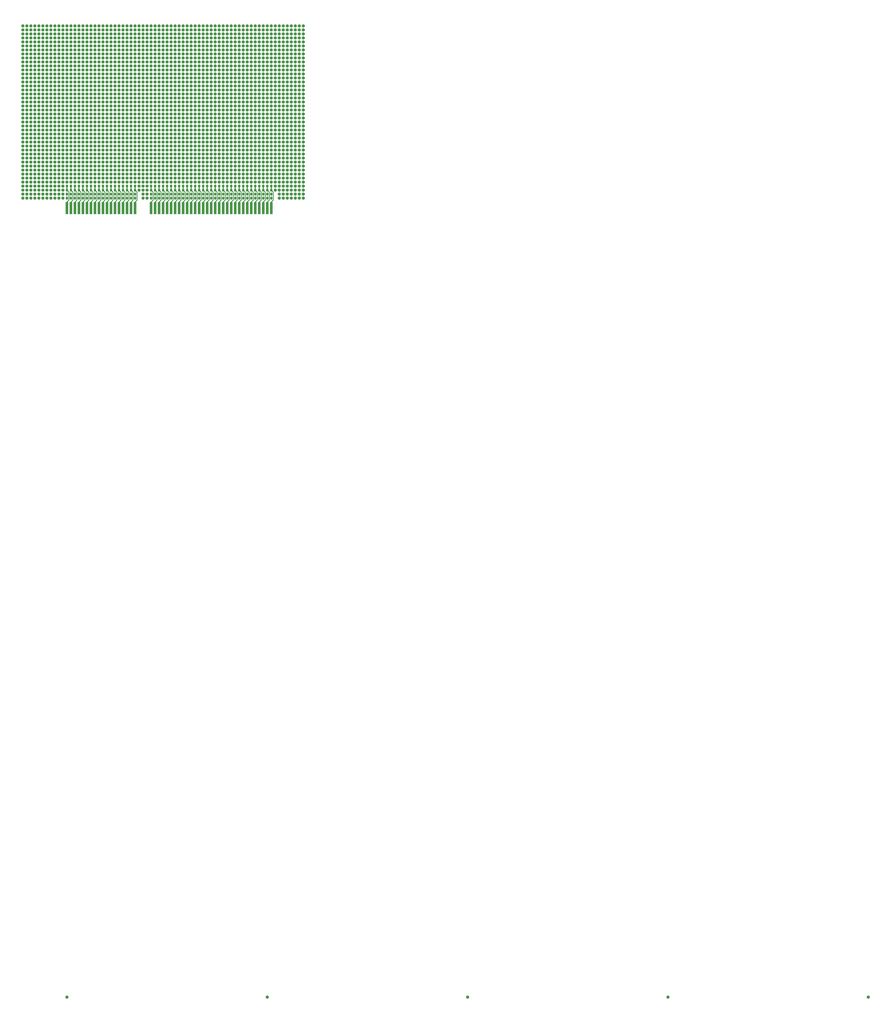
<source format=gbr>
G04 #@! TF.FileFunction,Copper,L1,Top,Signal*
%FSLAX46Y46*%
G04 Gerber Fmt 4.6, Leading zero omitted, Abs format (unit mm)*
G04 Created by KiCad (PCBNEW 4.0.7) date 03/09/19 17:14:33*
%MOMM*%
%LPD*%
G01*
G04 APERTURE LIST*
%ADD10C,0.100000*%
%ADD11O,1.500000X2.000000*%
%ADD12C,2.000000*%
%ADD13R,1.780000X7.620000*%
%ADD14C,0.550000*%
G04 APERTURE END LIST*
D10*
D11*
X335280000Y-172720000D03*
X332740000Y-172720000D03*
X330200000Y-172720000D03*
X327660000Y-172720000D03*
X325120000Y-172720000D03*
X322580000Y-172720000D03*
X320040000Y-172720000D03*
X317500000Y-172720000D03*
X314960000Y-172720000D03*
X312420000Y-172720000D03*
X309880000Y-172720000D03*
X307340000Y-172720000D03*
X304800000Y-172720000D03*
X302260000Y-172720000D03*
X299720000Y-172720000D03*
X297180000Y-172720000D03*
X294640000Y-172720000D03*
X292100000Y-172720000D03*
X289560000Y-172720000D03*
X287020000Y-172720000D03*
X284480000Y-172720000D03*
X281940000Y-172720000D03*
X279400000Y-172720000D03*
X276860000Y-172720000D03*
X274320000Y-172720000D03*
X271780000Y-172720000D03*
X269240000Y-172720000D03*
X266700000Y-172720000D03*
X264160000Y-172720000D03*
X261620000Y-172720000D03*
X259080000Y-172720000D03*
X335280000Y-170180000D03*
X332740000Y-170180000D03*
X330200000Y-170180000D03*
X327660000Y-170180000D03*
X325120000Y-170180000D03*
X322580000Y-170180000D03*
X320040000Y-170180000D03*
X317500000Y-170180000D03*
X314960000Y-170180000D03*
X312420000Y-170180000D03*
X309880000Y-170180000D03*
X307340000Y-170180000D03*
X304800000Y-170180000D03*
X302260000Y-170180000D03*
X299720000Y-170180000D03*
X297180000Y-170180000D03*
X294640000Y-170180000D03*
X292100000Y-170180000D03*
X289560000Y-170180000D03*
X287020000Y-170180000D03*
X284480000Y-170180000D03*
X281940000Y-170180000D03*
X279400000Y-170180000D03*
X276860000Y-170180000D03*
X274320000Y-170180000D03*
X271780000Y-170180000D03*
X269240000Y-170180000D03*
X266700000Y-170180000D03*
X264160000Y-170180000D03*
X261620000Y-170180000D03*
X259080000Y-170180000D03*
X335280000Y-167640000D03*
X332740000Y-167640000D03*
X330200000Y-167640000D03*
X327660000Y-167640000D03*
X325120000Y-167640000D03*
X322580000Y-167640000D03*
X320040000Y-167640000D03*
X317500000Y-167640000D03*
X314960000Y-167640000D03*
X312420000Y-167640000D03*
X309880000Y-167640000D03*
X307340000Y-167640000D03*
X304800000Y-167640000D03*
X302260000Y-167640000D03*
X299720000Y-167640000D03*
X297180000Y-167640000D03*
X294640000Y-167640000D03*
X292100000Y-167640000D03*
X289560000Y-167640000D03*
X287020000Y-167640000D03*
X284480000Y-167640000D03*
X281940000Y-167640000D03*
X279400000Y-167640000D03*
X276860000Y-167640000D03*
X274320000Y-167640000D03*
X271780000Y-167640000D03*
X269240000Y-167640000D03*
X266700000Y-167640000D03*
X264160000Y-167640000D03*
X261620000Y-167640000D03*
X259080000Y-167640000D03*
X335280000Y-165100000D03*
X332740000Y-165100000D03*
X330200000Y-165100000D03*
X327660000Y-165100000D03*
X325120000Y-165100000D03*
X322580000Y-165100000D03*
X320040000Y-165100000D03*
X317500000Y-165100000D03*
X314960000Y-165100000D03*
X312420000Y-165100000D03*
X309880000Y-165100000D03*
X307340000Y-165100000D03*
X304800000Y-165100000D03*
X302260000Y-165100000D03*
X299720000Y-165100000D03*
X297180000Y-165100000D03*
X294640000Y-165100000D03*
X292100000Y-165100000D03*
X289560000Y-165100000D03*
X287020000Y-165100000D03*
X284480000Y-165100000D03*
X281940000Y-165100000D03*
X279400000Y-165100000D03*
X276860000Y-165100000D03*
X274320000Y-165100000D03*
X271780000Y-165100000D03*
X269240000Y-165100000D03*
X266700000Y-165100000D03*
X264160000Y-165100000D03*
X261620000Y-165100000D03*
X259080000Y-165100000D03*
X248920000Y-172720000D03*
X246380000Y-172720000D03*
X243840000Y-172720000D03*
X241300000Y-172720000D03*
X238760000Y-172720000D03*
X236220000Y-172720000D03*
X233680000Y-172720000D03*
X231140000Y-172720000D03*
X228600000Y-172720000D03*
X226060000Y-172720000D03*
X223520000Y-172720000D03*
X220980000Y-172720000D03*
X218440000Y-172720000D03*
X215900000Y-172720000D03*
X213360000Y-172720000D03*
X210820000Y-172720000D03*
X208280000Y-172720000D03*
X205740000Y-172720000D03*
X248920000Y-170180000D03*
X246380000Y-170180000D03*
X243840000Y-170180000D03*
X241300000Y-170180000D03*
X238760000Y-170180000D03*
X236220000Y-170180000D03*
X233680000Y-170180000D03*
X231140000Y-170180000D03*
X228600000Y-170180000D03*
X226060000Y-170180000D03*
X223520000Y-170180000D03*
X220980000Y-170180000D03*
X218440000Y-170180000D03*
X215900000Y-170180000D03*
X213360000Y-170180000D03*
X210820000Y-170180000D03*
X208280000Y-170180000D03*
X205740000Y-170180000D03*
X248920000Y-167640000D03*
X246380000Y-167640000D03*
X243840000Y-167640000D03*
X241300000Y-167640000D03*
X238760000Y-167640000D03*
X236220000Y-167640000D03*
X233680000Y-167640000D03*
X231140000Y-167640000D03*
X228600000Y-167640000D03*
X226060000Y-167640000D03*
X223520000Y-167640000D03*
X220980000Y-167640000D03*
X218440000Y-167640000D03*
X215900000Y-167640000D03*
X213360000Y-167640000D03*
X210820000Y-167640000D03*
X208280000Y-167640000D03*
X205740000Y-167640000D03*
X248920000Y-165100000D03*
X246380000Y-165100000D03*
X243840000Y-165100000D03*
X241300000Y-165100000D03*
X238760000Y-165100000D03*
X236220000Y-165100000D03*
X233680000Y-165100000D03*
X231140000Y-165100000D03*
X228600000Y-165100000D03*
X226060000Y-165100000D03*
X223520000Y-165100000D03*
X220980000Y-165100000D03*
X218440000Y-165100000D03*
X215900000Y-165100000D03*
X213360000Y-165100000D03*
X210820000Y-165100000D03*
X208280000Y-165100000D03*
D12*
X355600000Y-172720000D03*
X353060000Y-172720000D03*
X350520000Y-172720000D03*
X347980000Y-172720000D03*
X345440000Y-172720000D03*
X342900000Y-172720000D03*
X340360000Y-172720000D03*
X256540000Y-172720000D03*
X254000000Y-172720000D03*
X203200000Y-172720000D03*
D11*
X205740000Y-165100000D03*
D12*
X200660000Y-172720000D03*
X198120000Y-172720000D03*
X195580000Y-172720000D03*
X193040000Y-172720000D03*
X190500000Y-172720000D03*
X187960000Y-172720000D03*
X185420000Y-172720000D03*
X182880000Y-172720000D03*
X180340000Y-172720000D03*
X177800000Y-172720000D03*
X203200000Y-170180000D03*
X200660000Y-170180000D03*
X198120000Y-170180000D03*
X195580000Y-170180000D03*
X193040000Y-170180000D03*
X190500000Y-170180000D03*
X187960000Y-170180000D03*
X185420000Y-170180000D03*
X182880000Y-170180000D03*
X180340000Y-170180000D03*
X177800000Y-170180000D03*
X203200000Y-167640000D03*
X200660000Y-167640000D03*
X198120000Y-167640000D03*
X195580000Y-167640000D03*
X193040000Y-167640000D03*
X190500000Y-167640000D03*
X187960000Y-167640000D03*
X185420000Y-167640000D03*
X182880000Y-167640000D03*
X180340000Y-167640000D03*
X177800000Y-167640000D03*
X203200000Y-165100000D03*
X200660000Y-165100000D03*
X198120000Y-165100000D03*
X195580000Y-165100000D03*
X193040000Y-165100000D03*
X190500000Y-165100000D03*
X187960000Y-165100000D03*
X185420000Y-165100000D03*
X182880000Y-165100000D03*
X180340000Y-165100000D03*
X177800000Y-165100000D03*
X203200000Y-162560000D03*
X200660000Y-162560000D03*
X198120000Y-162560000D03*
X195580000Y-162560000D03*
X193040000Y-162560000D03*
X190500000Y-162560000D03*
X187960000Y-162560000D03*
X185420000Y-162560000D03*
X182880000Y-162560000D03*
X180340000Y-162560000D03*
X177800000Y-162560000D03*
X203200000Y-160020000D03*
X200660000Y-160020000D03*
X198120000Y-160020000D03*
X195580000Y-160020000D03*
X193040000Y-160020000D03*
X190500000Y-160020000D03*
X187960000Y-160020000D03*
X185420000Y-160020000D03*
X182880000Y-160020000D03*
X180340000Y-160020000D03*
X177800000Y-160020000D03*
X203200000Y-157480000D03*
X200660000Y-157480000D03*
X198120000Y-157480000D03*
X195580000Y-157480000D03*
X193040000Y-157480000D03*
X190500000Y-157480000D03*
X187960000Y-157480000D03*
X185420000Y-157480000D03*
X182880000Y-157480000D03*
X180340000Y-157480000D03*
X177800000Y-157480000D03*
X203200000Y-154940000D03*
X200660000Y-154940000D03*
X198120000Y-154940000D03*
X195580000Y-154940000D03*
X193040000Y-154940000D03*
X190500000Y-154940000D03*
X187960000Y-154940000D03*
X185420000Y-154940000D03*
X182880000Y-154940000D03*
X180340000Y-154940000D03*
X177800000Y-154940000D03*
X203200000Y-152400000D03*
X200660000Y-152400000D03*
X198120000Y-152400000D03*
X195580000Y-152400000D03*
X193040000Y-152400000D03*
X190500000Y-152400000D03*
X187960000Y-152400000D03*
X185420000Y-152400000D03*
X182880000Y-152400000D03*
X180340000Y-152400000D03*
X177800000Y-152400000D03*
X203200000Y-149860000D03*
X200660000Y-149860000D03*
X198120000Y-149860000D03*
X195580000Y-149860000D03*
X193040000Y-149860000D03*
X190500000Y-149860000D03*
X187960000Y-149860000D03*
X185420000Y-149860000D03*
X182880000Y-149860000D03*
X180340000Y-149860000D03*
X177800000Y-149860000D03*
X203200000Y-147320000D03*
X200660000Y-147320000D03*
X198120000Y-147320000D03*
X195580000Y-147320000D03*
X193040000Y-147320000D03*
X190500000Y-147320000D03*
X187960000Y-147320000D03*
X185420000Y-147320000D03*
X182880000Y-147320000D03*
X180340000Y-147320000D03*
X177800000Y-147320000D03*
X203200000Y-144780000D03*
X200660000Y-144780000D03*
X198120000Y-144780000D03*
X195580000Y-144780000D03*
X193040000Y-144780000D03*
X190500000Y-144780000D03*
X187960000Y-144780000D03*
X185420000Y-144780000D03*
X182880000Y-144780000D03*
X180340000Y-144780000D03*
X177800000Y-144780000D03*
X203200000Y-142240000D03*
X200660000Y-142240000D03*
X198120000Y-142240000D03*
X195580000Y-142240000D03*
X193040000Y-142240000D03*
X190500000Y-142240000D03*
X187960000Y-142240000D03*
X185420000Y-142240000D03*
X182880000Y-142240000D03*
X180340000Y-142240000D03*
X177800000Y-142240000D03*
X203200000Y-139700000D03*
X200660000Y-139700000D03*
X198120000Y-139700000D03*
X195580000Y-139700000D03*
X193040000Y-139700000D03*
X190500000Y-139700000D03*
X187960000Y-139700000D03*
X185420000Y-139700000D03*
X182880000Y-139700000D03*
X180340000Y-139700000D03*
X177800000Y-139700000D03*
X203200000Y-137160000D03*
X200660000Y-137160000D03*
X198120000Y-137160000D03*
X195580000Y-137160000D03*
X193040000Y-137160000D03*
X190500000Y-137160000D03*
X187960000Y-137160000D03*
X185420000Y-137160000D03*
X182880000Y-137160000D03*
X180340000Y-137160000D03*
X177800000Y-137160000D03*
X203200000Y-134620000D03*
X200660000Y-134620000D03*
X198120000Y-134620000D03*
X195580000Y-134620000D03*
X193040000Y-134620000D03*
X190500000Y-134620000D03*
X187960000Y-134620000D03*
X185420000Y-134620000D03*
X182880000Y-134620000D03*
X180340000Y-134620000D03*
X177800000Y-134620000D03*
X203200000Y-132080000D03*
X200660000Y-132080000D03*
X198120000Y-132080000D03*
X195580000Y-132080000D03*
X193040000Y-132080000D03*
X190500000Y-132080000D03*
X187960000Y-132080000D03*
X185420000Y-132080000D03*
X182880000Y-132080000D03*
X180340000Y-132080000D03*
X177800000Y-132080000D03*
X203200000Y-129540000D03*
X200660000Y-129540000D03*
X198120000Y-129540000D03*
X195580000Y-129540000D03*
X193040000Y-129540000D03*
X190500000Y-129540000D03*
X187960000Y-129540000D03*
X185420000Y-129540000D03*
X182880000Y-129540000D03*
X180340000Y-129540000D03*
X177800000Y-129540000D03*
X203200000Y-127000000D03*
X200660000Y-127000000D03*
X198120000Y-127000000D03*
X195580000Y-127000000D03*
X193040000Y-127000000D03*
X190500000Y-127000000D03*
X187960000Y-127000000D03*
X185420000Y-127000000D03*
X182880000Y-127000000D03*
X180340000Y-127000000D03*
X177800000Y-127000000D03*
X203200000Y-124460000D03*
X200660000Y-124460000D03*
X198120000Y-124460000D03*
X195580000Y-124460000D03*
X193040000Y-124460000D03*
X190500000Y-124460000D03*
X187960000Y-124460000D03*
X185420000Y-124460000D03*
X182880000Y-124460000D03*
X180340000Y-124460000D03*
X177800000Y-124460000D03*
X203200000Y-121920000D03*
X200660000Y-121920000D03*
X198120000Y-121920000D03*
X195580000Y-121920000D03*
X193040000Y-121920000D03*
X190500000Y-121920000D03*
X187960000Y-121920000D03*
X185420000Y-121920000D03*
X182880000Y-121920000D03*
X180340000Y-121920000D03*
X177800000Y-121920000D03*
X203200000Y-119380000D03*
X200660000Y-119380000D03*
X198120000Y-119380000D03*
X195580000Y-119380000D03*
X193040000Y-119380000D03*
X190500000Y-119380000D03*
X187960000Y-119380000D03*
X185420000Y-119380000D03*
X182880000Y-119380000D03*
X180340000Y-119380000D03*
X177800000Y-119380000D03*
X203200000Y-116840000D03*
X200660000Y-116840000D03*
X198120000Y-116840000D03*
X195580000Y-116840000D03*
X193040000Y-116840000D03*
X190500000Y-116840000D03*
X187960000Y-116840000D03*
X185420000Y-116840000D03*
X182880000Y-116840000D03*
X180340000Y-116840000D03*
X177800000Y-116840000D03*
X203200000Y-114300000D03*
X200660000Y-114300000D03*
X198120000Y-114300000D03*
X195580000Y-114300000D03*
X193040000Y-114300000D03*
X190500000Y-114300000D03*
X187960000Y-114300000D03*
X185420000Y-114300000D03*
X182880000Y-114300000D03*
X180340000Y-114300000D03*
X177800000Y-114300000D03*
X203200000Y-111760000D03*
X200660000Y-111760000D03*
X198120000Y-111760000D03*
X195580000Y-111760000D03*
X193040000Y-111760000D03*
X190500000Y-111760000D03*
X187960000Y-111760000D03*
X185420000Y-111760000D03*
X182880000Y-111760000D03*
X180340000Y-111760000D03*
X177800000Y-111760000D03*
X203200000Y-109220000D03*
X200660000Y-109220000D03*
X198120000Y-109220000D03*
X195580000Y-109220000D03*
X193040000Y-109220000D03*
X190500000Y-109220000D03*
X187960000Y-109220000D03*
X185420000Y-109220000D03*
X182880000Y-109220000D03*
X180340000Y-109220000D03*
X177800000Y-109220000D03*
X203200000Y-106680000D03*
X200660000Y-106680000D03*
X198120000Y-106680000D03*
X195580000Y-106680000D03*
X193040000Y-106680000D03*
X190500000Y-106680000D03*
X187960000Y-106680000D03*
X185420000Y-106680000D03*
X182880000Y-106680000D03*
X180340000Y-106680000D03*
X177800000Y-106680000D03*
X203200000Y-104140000D03*
X200660000Y-104140000D03*
X198120000Y-104140000D03*
X195580000Y-104140000D03*
X193040000Y-104140000D03*
X190500000Y-104140000D03*
X187960000Y-104140000D03*
X185420000Y-104140000D03*
X182880000Y-104140000D03*
X180340000Y-104140000D03*
X177800000Y-104140000D03*
X203200000Y-101600000D03*
X200660000Y-101600000D03*
X198120000Y-101600000D03*
X195580000Y-101600000D03*
X193040000Y-101600000D03*
X190500000Y-101600000D03*
X187960000Y-101600000D03*
X185420000Y-101600000D03*
X182880000Y-101600000D03*
X180340000Y-101600000D03*
X177800000Y-101600000D03*
X203200000Y-99060000D03*
X200660000Y-99060000D03*
X198120000Y-99060000D03*
X195580000Y-99060000D03*
X193040000Y-99060000D03*
X190500000Y-99060000D03*
X187960000Y-99060000D03*
X185420000Y-99060000D03*
X182880000Y-99060000D03*
X180340000Y-99060000D03*
X177800000Y-99060000D03*
X203200000Y-96520000D03*
X200660000Y-96520000D03*
X198120000Y-96520000D03*
X195580000Y-96520000D03*
X193040000Y-96520000D03*
X190500000Y-96520000D03*
X187960000Y-96520000D03*
X185420000Y-96520000D03*
X182880000Y-96520000D03*
X180340000Y-96520000D03*
X177800000Y-96520000D03*
X203200000Y-93980000D03*
X200660000Y-93980000D03*
X198120000Y-93980000D03*
X195580000Y-93980000D03*
X193040000Y-93980000D03*
X190500000Y-93980000D03*
X187960000Y-93980000D03*
X185420000Y-93980000D03*
X182880000Y-93980000D03*
X180340000Y-93980000D03*
X177800000Y-93980000D03*
X203200000Y-91440000D03*
X200660000Y-91440000D03*
X198120000Y-91440000D03*
X195580000Y-91440000D03*
X193040000Y-91440000D03*
X190500000Y-91440000D03*
X187960000Y-91440000D03*
X185420000Y-91440000D03*
X182880000Y-91440000D03*
X180340000Y-91440000D03*
X177800000Y-91440000D03*
X203200000Y-88900000D03*
X200660000Y-88900000D03*
X198120000Y-88900000D03*
X195580000Y-88900000D03*
X193040000Y-88900000D03*
X190500000Y-88900000D03*
X187960000Y-88900000D03*
X185420000Y-88900000D03*
X182880000Y-88900000D03*
X180340000Y-88900000D03*
X177800000Y-88900000D03*
X203200000Y-86360000D03*
X200660000Y-86360000D03*
X198120000Y-86360000D03*
X195580000Y-86360000D03*
X193040000Y-86360000D03*
X190500000Y-86360000D03*
X187960000Y-86360000D03*
X185420000Y-86360000D03*
X182880000Y-86360000D03*
X180340000Y-86360000D03*
X177800000Y-86360000D03*
X203200000Y-83820000D03*
X200660000Y-83820000D03*
X198120000Y-83820000D03*
X195580000Y-83820000D03*
X193040000Y-83820000D03*
X190500000Y-83820000D03*
X187960000Y-83820000D03*
X185420000Y-83820000D03*
X182880000Y-83820000D03*
X180340000Y-83820000D03*
X177800000Y-83820000D03*
X203200000Y-81280000D03*
X200660000Y-81280000D03*
X198120000Y-81280000D03*
X195580000Y-81280000D03*
X193040000Y-81280000D03*
X190500000Y-81280000D03*
X187960000Y-81280000D03*
X185420000Y-81280000D03*
X182880000Y-81280000D03*
X180340000Y-81280000D03*
X177800000Y-81280000D03*
X203200000Y-78740000D03*
X200660000Y-78740000D03*
X198120000Y-78740000D03*
X195580000Y-78740000D03*
X193040000Y-78740000D03*
X190500000Y-78740000D03*
X187960000Y-78740000D03*
X185420000Y-78740000D03*
X182880000Y-78740000D03*
X180340000Y-78740000D03*
X177800000Y-78740000D03*
X203200000Y-76200000D03*
X200660000Y-76200000D03*
X198120000Y-76200000D03*
X195580000Y-76200000D03*
X193040000Y-76200000D03*
X190500000Y-76200000D03*
X187960000Y-76200000D03*
X185420000Y-76200000D03*
X182880000Y-76200000D03*
X180340000Y-76200000D03*
X177800000Y-76200000D03*
X203200000Y-73660000D03*
X200660000Y-73660000D03*
X198120000Y-73660000D03*
X195580000Y-73660000D03*
X193040000Y-73660000D03*
X190500000Y-73660000D03*
X187960000Y-73660000D03*
X185420000Y-73660000D03*
X182880000Y-73660000D03*
X180340000Y-73660000D03*
X177800000Y-73660000D03*
X203200000Y-71120000D03*
X200660000Y-71120000D03*
X198120000Y-71120000D03*
X195580000Y-71120000D03*
X193040000Y-71120000D03*
X190500000Y-71120000D03*
X187960000Y-71120000D03*
X185420000Y-71120000D03*
X182880000Y-71120000D03*
X180340000Y-71120000D03*
X177800000Y-71120000D03*
X203200000Y-68580000D03*
X200660000Y-68580000D03*
X198120000Y-68580000D03*
X195580000Y-68580000D03*
X193040000Y-68580000D03*
X190500000Y-68580000D03*
X187960000Y-68580000D03*
X185420000Y-68580000D03*
X182880000Y-68580000D03*
X180340000Y-68580000D03*
X177800000Y-68580000D03*
X203200000Y-66040000D03*
X200660000Y-66040000D03*
X198120000Y-66040000D03*
X195580000Y-66040000D03*
X193040000Y-66040000D03*
X190500000Y-66040000D03*
X187960000Y-66040000D03*
X185420000Y-66040000D03*
X182880000Y-66040000D03*
X180340000Y-66040000D03*
X177800000Y-66040000D03*
X203200000Y-63500000D03*
X200660000Y-63500000D03*
X198120000Y-63500000D03*
X195580000Y-63500000D03*
X193040000Y-63500000D03*
X190500000Y-63500000D03*
X187960000Y-63500000D03*
X185420000Y-63500000D03*
X182880000Y-63500000D03*
X180340000Y-63500000D03*
X177800000Y-63500000D03*
X355600000Y-170180000D03*
X353060000Y-170180000D03*
X350520000Y-170180000D03*
X347980000Y-170180000D03*
X345440000Y-170180000D03*
X342900000Y-170180000D03*
X340360000Y-170180000D03*
X256540000Y-170180000D03*
X254000000Y-170180000D03*
X355600000Y-167640000D03*
X353060000Y-167640000D03*
X350520000Y-167640000D03*
X347980000Y-167640000D03*
X345440000Y-167640000D03*
X342900000Y-167640000D03*
X340360000Y-167640000D03*
X337820000Y-167640000D03*
X256540000Y-167640000D03*
X254000000Y-167640000D03*
X251460000Y-167640000D03*
X355600000Y-165100000D03*
X353060000Y-165100000D03*
X350520000Y-165100000D03*
X347980000Y-165100000D03*
X345440000Y-165100000D03*
X342900000Y-165100000D03*
X340360000Y-165100000D03*
X337820000Y-165100000D03*
X256540000Y-165100000D03*
X254000000Y-165100000D03*
X251460000Y-165100000D03*
X355600000Y-162560000D03*
X353060000Y-162560000D03*
X350520000Y-162560000D03*
X347980000Y-162560000D03*
X345440000Y-162560000D03*
X342900000Y-162560000D03*
X340360000Y-162560000D03*
X337820000Y-162560000D03*
X335280000Y-162560000D03*
X332740000Y-162560000D03*
X330200000Y-162560000D03*
X327660000Y-162560000D03*
X325120000Y-162560000D03*
X322580000Y-162560000D03*
X320040000Y-162560000D03*
X317500000Y-162560000D03*
X314960000Y-162560000D03*
X312420000Y-162560000D03*
X309880000Y-162560000D03*
X307340000Y-162560000D03*
X304800000Y-162560000D03*
X302260000Y-162560000D03*
X299720000Y-162560000D03*
X297180000Y-162560000D03*
X294640000Y-162560000D03*
X292100000Y-162560000D03*
X289560000Y-162560000D03*
X287020000Y-162560000D03*
X284480000Y-162560000D03*
X281940000Y-162560000D03*
X279400000Y-162560000D03*
X276860000Y-162560000D03*
X274320000Y-162560000D03*
X271780000Y-162560000D03*
X269240000Y-162560000D03*
X266700000Y-162560000D03*
X264160000Y-162560000D03*
X261620000Y-162560000D03*
X259080000Y-162560000D03*
X256540000Y-162560000D03*
X254000000Y-162560000D03*
X251460000Y-162560000D03*
X248920000Y-162560000D03*
X246380000Y-162560000D03*
X243840000Y-162560000D03*
X241300000Y-162560000D03*
X238760000Y-162560000D03*
X236220000Y-162560000D03*
X233680000Y-162560000D03*
X231140000Y-162560000D03*
X228600000Y-162560000D03*
X226060000Y-162560000D03*
X223520000Y-162560000D03*
X220980000Y-162560000D03*
X218440000Y-162560000D03*
X215900000Y-162560000D03*
X213360000Y-162560000D03*
X210820000Y-162560000D03*
X208280000Y-162560000D03*
X205740000Y-162560000D03*
X355600000Y-160020000D03*
X353060000Y-160020000D03*
X350520000Y-160020000D03*
X347980000Y-160020000D03*
X345440000Y-160020000D03*
X342900000Y-160020000D03*
X340360000Y-160020000D03*
X337820000Y-160020000D03*
X335280000Y-160020000D03*
X332740000Y-160020000D03*
X330200000Y-160020000D03*
X327660000Y-160020000D03*
X325120000Y-160020000D03*
X322580000Y-160020000D03*
X320040000Y-160020000D03*
X317500000Y-160020000D03*
X314960000Y-160020000D03*
X312420000Y-160020000D03*
X309880000Y-160020000D03*
X307340000Y-160020000D03*
X304800000Y-160020000D03*
X302260000Y-160020000D03*
X299720000Y-160020000D03*
X297180000Y-160020000D03*
X294640000Y-160020000D03*
X292100000Y-160020000D03*
X289560000Y-160020000D03*
X287020000Y-160020000D03*
X284480000Y-160020000D03*
X281940000Y-160020000D03*
X279400000Y-160020000D03*
X276860000Y-160020000D03*
X274320000Y-160020000D03*
X271780000Y-160020000D03*
X269240000Y-160020000D03*
X266700000Y-160020000D03*
X264160000Y-160020000D03*
X261620000Y-160020000D03*
X259080000Y-160020000D03*
X256540000Y-160020000D03*
X254000000Y-160020000D03*
X251460000Y-160020000D03*
X248920000Y-160020000D03*
X246380000Y-160020000D03*
X243840000Y-160020000D03*
X241300000Y-160020000D03*
X238760000Y-160020000D03*
X236220000Y-160020000D03*
X233680000Y-160020000D03*
X231140000Y-160020000D03*
X228600000Y-160020000D03*
X226060000Y-160020000D03*
X223520000Y-160020000D03*
X220980000Y-160020000D03*
X218440000Y-160020000D03*
X215900000Y-160020000D03*
X213360000Y-160020000D03*
X210820000Y-160020000D03*
X208280000Y-160020000D03*
X205740000Y-160020000D03*
X355600000Y-157480000D03*
X353060000Y-157480000D03*
X350520000Y-157480000D03*
X347980000Y-157480000D03*
X345440000Y-157480000D03*
X342900000Y-157480000D03*
X340360000Y-157480000D03*
X337820000Y-157480000D03*
X335280000Y-157480000D03*
X332740000Y-157480000D03*
X330200000Y-157480000D03*
X327660000Y-157480000D03*
X325120000Y-157480000D03*
X322580000Y-157480000D03*
X320040000Y-157480000D03*
X317500000Y-157480000D03*
X314960000Y-157480000D03*
X312420000Y-157480000D03*
X309880000Y-157480000D03*
X307340000Y-157480000D03*
X304800000Y-157480000D03*
X302260000Y-157480000D03*
X299720000Y-157480000D03*
X297180000Y-157480000D03*
X294640000Y-157480000D03*
X292100000Y-157480000D03*
X289560000Y-157480000D03*
X287020000Y-157480000D03*
X284480000Y-157480000D03*
X281940000Y-157480000D03*
X279400000Y-157480000D03*
X276860000Y-157480000D03*
X274320000Y-157480000D03*
X271780000Y-157480000D03*
X269240000Y-157480000D03*
X266700000Y-157480000D03*
X264160000Y-157480000D03*
X261620000Y-157480000D03*
X259080000Y-157480000D03*
X256540000Y-157480000D03*
X254000000Y-157480000D03*
X251460000Y-157480000D03*
X248920000Y-157480000D03*
X246380000Y-157480000D03*
X243840000Y-157480000D03*
X241300000Y-157480000D03*
X238760000Y-157480000D03*
X236220000Y-157480000D03*
X233680000Y-157480000D03*
X231140000Y-157480000D03*
X228600000Y-157480000D03*
X226060000Y-157480000D03*
X223520000Y-157480000D03*
X220980000Y-157480000D03*
X218440000Y-157480000D03*
X215900000Y-157480000D03*
X213360000Y-157480000D03*
X210820000Y-157480000D03*
X208280000Y-157480000D03*
X205740000Y-157480000D03*
X355600000Y-154940000D03*
X353060000Y-154940000D03*
X350520000Y-154940000D03*
X347980000Y-154940000D03*
X345440000Y-154940000D03*
X342900000Y-154940000D03*
X340360000Y-154940000D03*
X337820000Y-154940000D03*
X335280000Y-154940000D03*
X332740000Y-154940000D03*
X330200000Y-154940000D03*
X327660000Y-154940000D03*
X325120000Y-154940000D03*
X322580000Y-154940000D03*
X320040000Y-154940000D03*
X317500000Y-154940000D03*
X314960000Y-154940000D03*
X312420000Y-154940000D03*
X309880000Y-154940000D03*
X307340000Y-154940000D03*
X304800000Y-154940000D03*
X302260000Y-154940000D03*
X299720000Y-154940000D03*
X297180000Y-154940000D03*
X294640000Y-154940000D03*
X292100000Y-154940000D03*
X289560000Y-154940000D03*
X287020000Y-154940000D03*
X284480000Y-154940000D03*
X281940000Y-154940000D03*
X279400000Y-154940000D03*
X276860000Y-154940000D03*
X274320000Y-154940000D03*
X271780000Y-154940000D03*
X269240000Y-154940000D03*
X266700000Y-154940000D03*
X264160000Y-154940000D03*
X261620000Y-154940000D03*
X259080000Y-154940000D03*
X256540000Y-154940000D03*
X254000000Y-154940000D03*
X251460000Y-154940000D03*
X248920000Y-154940000D03*
X246380000Y-154940000D03*
X243840000Y-154940000D03*
X241300000Y-154940000D03*
X238760000Y-154940000D03*
X236220000Y-154940000D03*
X233680000Y-154940000D03*
X231140000Y-154940000D03*
X228600000Y-154940000D03*
X226060000Y-154940000D03*
X223520000Y-154940000D03*
X220980000Y-154940000D03*
X218440000Y-154940000D03*
X215900000Y-154940000D03*
X213360000Y-154940000D03*
X210820000Y-154940000D03*
X208280000Y-154940000D03*
X205740000Y-154940000D03*
X355600000Y-152400000D03*
X353060000Y-152400000D03*
X350520000Y-152400000D03*
X347980000Y-152400000D03*
X345440000Y-152400000D03*
X342900000Y-152400000D03*
X340360000Y-152400000D03*
X337820000Y-152400000D03*
X335280000Y-152400000D03*
X332740000Y-152400000D03*
X330200000Y-152400000D03*
X327660000Y-152400000D03*
X325120000Y-152400000D03*
X322580000Y-152400000D03*
X320040000Y-152400000D03*
X317500000Y-152400000D03*
X314960000Y-152400000D03*
X312420000Y-152400000D03*
X309880000Y-152400000D03*
X307340000Y-152400000D03*
X304800000Y-152400000D03*
X302260000Y-152400000D03*
X299720000Y-152400000D03*
X297180000Y-152400000D03*
X294640000Y-152400000D03*
X292100000Y-152400000D03*
X289560000Y-152400000D03*
X287020000Y-152400000D03*
X284480000Y-152400000D03*
X281940000Y-152400000D03*
X279400000Y-152400000D03*
X276860000Y-152400000D03*
X274320000Y-152400000D03*
X271780000Y-152400000D03*
X269240000Y-152400000D03*
X266700000Y-152400000D03*
X264160000Y-152400000D03*
X261620000Y-152400000D03*
X259080000Y-152400000D03*
X256540000Y-152400000D03*
X254000000Y-152400000D03*
X251460000Y-152400000D03*
X248920000Y-152400000D03*
X246380000Y-152400000D03*
X243840000Y-152400000D03*
X241300000Y-152400000D03*
X238760000Y-152400000D03*
X236220000Y-152400000D03*
X233680000Y-152400000D03*
X231140000Y-152400000D03*
X228600000Y-152400000D03*
X226060000Y-152400000D03*
X223520000Y-152400000D03*
X220980000Y-152400000D03*
X218440000Y-152400000D03*
X215900000Y-152400000D03*
X213360000Y-152400000D03*
X210820000Y-152400000D03*
X208280000Y-152400000D03*
X205740000Y-152400000D03*
X355600000Y-149860000D03*
X353060000Y-149860000D03*
X350520000Y-149860000D03*
X347980000Y-149860000D03*
X345440000Y-149860000D03*
X342900000Y-149860000D03*
X340360000Y-149860000D03*
X337820000Y-149860000D03*
X335280000Y-149860000D03*
X332740000Y-149860000D03*
X330200000Y-149860000D03*
X327660000Y-149860000D03*
X325120000Y-149860000D03*
X322580000Y-149860000D03*
X320040000Y-149860000D03*
X317500000Y-149860000D03*
X314960000Y-149860000D03*
X312420000Y-149860000D03*
X309880000Y-149860000D03*
X307340000Y-149860000D03*
X304800000Y-149860000D03*
X302260000Y-149860000D03*
X299720000Y-149860000D03*
X297180000Y-149860000D03*
X294640000Y-149860000D03*
X292100000Y-149860000D03*
X289560000Y-149860000D03*
X287020000Y-149860000D03*
X284480000Y-149860000D03*
X281940000Y-149860000D03*
X279400000Y-149860000D03*
X276860000Y-149860000D03*
X274320000Y-149860000D03*
X271780000Y-149860000D03*
X269240000Y-149860000D03*
X266700000Y-149860000D03*
X264160000Y-149860000D03*
X261620000Y-149860000D03*
X259080000Y-149860000D03*
X256540000Y-149860000D03*
X254000000Y-149860000D03*
X251460000Y-149860000D03*
X248920000Y-149860000D03*
X246380000Y-149860000D03*
X243840000Y-149860000D03*
X241300000Y-149860000D03*
X238760000Y-149860000D03*
X236220000Y-149860000D03*
X233680000Y-149860000D03*
X231140000Y-149860000D03*
X228600000Y-149860000D03*
X226060000Y-149860000D03*
X223520000Y-149860000D03*
X220980000Y-149860000D03*
X218440000Y-149860000D03*
X215900000Y-149860000D03*
X213360000Y-149860000D03*
X210820000Y-149860000D03*
X208280000Y-149860000D03*
X205740000Y-149860000D03*
X355600000Y-147320000D03*
X353060000Y-147320000D03*
X350520000Y-147320000D03*
X347980000Y-147320000D03*
X345440000Y-147320000D03*
X342900000Y-147320000D03*
X340360000Y-147320000D03*
X337820000Y-147320000D03*
X335280000Y-147320000D03*
X332740000Y-147320000D03*
X330200000Y-147320000D03*
X327660000Y-147320000D03*
X325120000Y-147320000D03*
X322580000Y-147320000D03*
X320040000Y-147320000D03*
X317500000Y-147320000D03*
X314960000Y-147320000D03*
X312420000Y-147320000D03*
X309880000Y-147320000D03*
X307340000Y-147320000D03*
X304800000Y-147320000D03*
X302260000Y-147320000D03*
X299720000Y-147320000D03*
X297180000Y-147320000D03*
X294640000Y-147320000D03*
X292100000Y-147320000D03*
X289560000Y-147320000D03*
X287020000Y-147320000D03*
X284480000Y-147320000D03*
X281940000Y-147320000D03*
X279400000Y-147320000D03*
X276860000Y-147320000D03*
X274320000Y-147320000D03*
X271780000Y-147320000D03*
X269240000Y-147320000D03*
X266700000Y-147320000D03*
X264160000Y-147320000D03*
X261620000Y-147320000D03*
X259080000Y-147320000D03*
X256540000Y-147320000D03*
X254000000Y-147320000D03*
X251460000Y-147320000D03*
X248920000Y-147320000D03*
X246380000Y-147320000D03*
X243840000Y-147320000D03*
X241300000Y-147320000D03*
X238760000Y-147320000D03*
X236220000Y-147320000D03*
X233680000Y-147320000D03*
X231140000Y-147320000D03*
X228600000Y-147320000D03*
X226060000Y-147320000D03*
X223520000Y-147320000D03*
X220980000Y-147320000D03*
X218440000Y-147320000D03*
X215900000Y-147320000D03*
X213360000Y-147320000D03*
X210820000Y-147320000D03*
X208280000Y-147320000D03*
X205740000Y-147320000D03*
X355600000Y-144780000D03*
X353060000Y-144780000D03*
X350520000Y-144780000D03*
X347980000Y-144780000D03*
X345440000Y-144780000D03*
X342900000Y-144780000D03*
X340360000Y-144780000D03*
X337820000Y-144780000D03*
X335280000Y-144780000D03*
X332740000Y-144780000D03*
X330200000Y-144780000D03*
X327660000Y-144780000D03*
X325120000Y-144780000D03*
X322580000Y-144780000D03*
X320040000Y-144780000D03*
X317500000Y-144780000D03*
X314960000Y-144780000D03*
X312420000Y-144780000D03*
X309880000Y-144780000D03*
X307340000Y-144780000D03*
X304800000Y-144780000D03*
X302260000Y-144780000D03*
X299720000Y-144780000D03*
X297180000Y-144780000D03*
X294640000Y-144780000D03*
X292100000Y-144780000D03*
X289560000Y-144780000D03*
X287020000Y-144780000D03*
X284480000Y-144780000D03*
X281940000Y-144780000D03*
X279400000Y-144780000D03*
X276860000Y-144780000D03*
X274320000Y-144780000D03*
X271780000Y-144780000D03*
X269240000Y-144780000D03*
X266700000Y-144780000D03*
X264160000Y-144780000D03*
X261620000Y-144780000D03*
X259080000Y-144780000D03*
X256540000Y-144780000D03*
X254000000Y-144780000D03*
X251460000Y-144780000D03*
X248920000Y-144780000D03*
X246380000Y-144780000D03*
X243840000Y-144780000D03*
X241300000Y-144780000D03*
X238760000Y-144780000D03*
X236220000Y-144780000D03*
X233680000Y-144780000D03*
X231140000Y-144780000D03*
X228600000Y-144780000D03*
X226060000Y-144780000D03*
X223520000Y-144780000D03*
X220980000Y-144780000D03*
X218440000Y-144780000D03*
X215900000Y-144780000D03*
X213360000Y-144780000D03*
X210820000Y-144780000D03*
X208280000Y-144780000D03*
X205740000Y-144780000D03*
X355600000Y-142240000D03*
X353060000Y-142240000D03*
X350520000Y-142240000D03*
X347980000Y-142240000D03*
X345440000Y-142240000D03*
X342900000Y-142240000D03*
X340360000Y-142240000D03*
X337820000Y-142240000D03*
X335280000Y-142240000D03*
X332740000Y-142240000D03*
X330200000Y-142240000D03*
X327660000Y-142240000D03*
X325120000Y-142240000D03*
X322580000Y-142240000D03*
X320040000Y-142240000D03*
X317500000Y-142240000D03*
X314960000Y-142240000D03*
X312420000Y-142240000D03*
X309880000Y-142240000D03*
X307340000Y-142240000D03*
X304800000Y-142240000D03*
X302260000Y-142240000D03*
X299720000Y-142240000D03*
X297180000Y-142240000D03*
X294640000Y-142240000D03*
X292100000Y-142240000D03*
X289560000Y-142240000D03*
X287020000Y-142240000D03*
X284480000Y-142240000D03*
X281940000Y-142240000D03*
X279400000Y-142240000D03*
X276860000Y-142240000D03*
X274320000Y-142240000D03*
X271780000Y-142240000D03*
X269240000Y-142240000D03*
X266700000Y-142240000D03*
X264160000Y-142240000D03*
X261620000Y-142240000D03*
X259080000Y-142240000D03*
X256540000Y-142240000D03*
X254000000Y-142240000D03*
X251460000Y-142240000D03*
X248920000Y-142240000D03*
X246380000Y-142240000D03*
X243840000Y-142240000D03*
X241300000Y-142240000D03*
X238760000Y-142240000D03*
X236220000Y-142240000D03*
X233680000Y-142240000D03*
X231140000Y-142240000D03*
X228600000Y-142240000D03*
X226060000Y-142240000D03*
X223520000Y-142240000D03*
X220980000Y-142240000D03*
X218440000Y-142240000D03*
X215900000Y-142240000D03*
X213360000Y-142240000D03*
X210820000Y-142240000D03*
X208280000Y-142240000D03*
X205740000Y-142240000D03*
X355600000Y-139700000D03*
X353060000Y-139700000D03*
X350520000Y-139700000D03*
X347980000Y-139700000D03*
X345440000Y-139700000D03*
X342900000Y-139700000D03*
X340360000Y-139700000D03*
X337820000Y-139700000D03*
X335280000Y-139700000D03*
X332740000Y-139700000D03*
X330200000Y-139700000D03*
X327660000Y-139700000D03*
X325120000Y-139700000D03*
X322580000Y-139700000D03*
X320040000Y-139700000D03*
X317500000Y-139700000D03*
X314960000Y-139700000D03*
X312420000Y-139700000D03*
X309880000Y-139700000D03*
X307340000Y-139700000D03*
X304800000Y-139700000D03*
X302260000Y-139700000D03*
X299720000Y-139700000D03*
X297180000Y-139700000D03*
X294640000Y-139700000D03*
X292100000Y-139700000D03*
X289560000Y-139700000D03*
X287020000Y-139700000D03*
X284480000Y-139700000D03*
X281940000Y-139700000D03*
X279400000Y-139700000D03*
X276860000Y-139700000D03*
X274320000Y-139700000D03*
X271780000Y-139700000D03*
X269240000Y-139700000D03*
X266700000Y-139700000D03*
X264160000Y-139700000D03*
X261620000Y-139700000D03*
X259080000Y-139700000D03*
X256540000Y-139700000D03*
X254000000Y-139700000D03*
X251460000Y-139700000D03*
X248920000Y-139700000D03*
X246380000Y-139700000D03*
X243840000Y-139700000D03*
X241300000Y-139700000D03*
X238760000Y-139700000D03*
X236220000Y-139700000D03*
X233680000Y-139700000D03*
X231140000Y-139700000D03*
X228600000Y-139700000D03*
X226060000Y-139700000D03*
X223520000Y-139700000D03*
X220980000Y-139700000D03*
X218440000Y-139700000D03*
X215900000Y-139700000D03*
X213360000Y-139700000D03*
X210820000Y-139700000D03*
X208280000Y-139700000D03*
X205740000Y-139700000D03*
X355600000Y-137160000D03*
X353060000Y-137160000D03*
X350520000Y-137160000D03*
X347980000Y-137160000D03*
X345440000Y-137160000D03*
X342900000Y-137160000D03*
X340360000Y-137160000D03*
X337820000Y-137160000D03*
X335280000Y-137160000D03*
X332740000Y-137160000D03*
X330200000Y-137160000D03*
X327660000Y-137160000D03*
X325120000Y-137160000D03*
X322580000Y-137160000D03*
X320040000Y-137160000D03*
X317500000Y-137160000D03*
X314960000Y-137160000D03*
X312420000Y-137160000D03*
X309880000Y-137160000D03*
X307340000Y-137160000D03*
X304800000Y-137160000D03*
X302260000Y-137160000D03*
X299720000Y-137160000D03*
X297180000Y-137160000D03*
X294640000Y-137160000D03*
X292100000Y-137160000D03*
X289560000Y-137160000D03*
X287020000Y-137160000D03*
X284480000Y-137160000D03*
X281940000Y-137160000D03*
X279400000Y-137160000D03*
X276860000Y-137160000D03*
X274320000Y-137160000D03*
X271780000Y-137160000D03*
X269240000Y-137160000D03*
X266700000Y-137160000D03*
X264160000Y-137160000D03*
X261620000Y-137160000D03*
X259080000Y-137160000D03*
X256540000Y-137160000D03*
X254000000Y-137160000D03*
X251460000Y-137160000D03*
X248920000Y-137160000D03*
X246380000Y-137160000D03*
X243840000Y-137160000D03*
X241300000Y-137160000D03*
X238760000Y-137160000D03*
X236220000Y-137160000D03*
X233680000Y-137160000D03*
X231140000Y-137160000D03*
X228600000Y-137160000D03*
X226060000Y-137160000D03*
X223520000Y-137160000D03*
X220980000Y-137160000D03*
X218440000Y-137160000D03*
X215900000Y-137160000D03*
X213360000Y-137160000D03*
X210820000Y-137160000D03*
X208280000Y-137160000D03*
X205740000Y-137160000D03*
X355600000Y-134620000D03*
X353060000Y-134620000D03*
X350520000Y-134620000D03*
X347980000Y-134620000D03*
X345440000Y-134620000D03*
X342900000Y-134620000D03*
X340360000Y-134620000D03*
X337820000Y-134620000D03*
X335280000Y-134620000D03*
X332740000Y-134620000D03*
X330200000Y-134620000D03*
X327660000Y-134620000D03*
X325120000Y-134620000D03*
X322580000Y-134620000D03*
X320040000Y-134620000D03*
X317500000Y-134620000D03*
X314960000Y-134620000D03*
X312420000Y-134620000D03*
X309880000Y-134620000D03*
X307340000Y-134620000D03*
X304800000Y-134620000D03*
X302260000Y-134620000D03*
X299720000Y-134620000D03*
X297180000Y-134620000D03*
X294640000Y-134620000D03*
X292100000Y-134620000D03*
X289560000Y-134620000D03*
X287020000Y-134620000D03*
X284480000Y-134620000D03*
X281940000Y-134620000D03*
X279400000Y-134620000D03*
X276860000Y-134620000D03*
X274320000Y-134620000D03*
X271780000Y-134620000D03*
X269240000Y-134620000D03*
X266700000Y-134620000D03*
X264160000Y-134620000D03*
X261620000Y-134620000D03*
X259080000Y-134620000D03*
X256540000Y-134620000D03*
X254000000Y-134620000D03*
X251460000Y-134620000D03*
X248920000Y-134620000D03*
X246380000Y-134620000D03*
X243840000Y-134620000D03*
X241300000Y-134620000D03*
X238760000Y-134620000D03*
X236220000Y-134620000D03*
X233680000Y-134620000D03*
X231140000Y-134620000D03*
X228600000Y-134620000D03*
X226060000Y-134620000D03*
X223520000Y-134620000D03*
X220980000Y-134620000D03*
X218440000Y-134620000D03*
X215900000Y-134620000D03*
X213360000Y-134620000D03*
X210820000Y-134620000D03*
X208280000Y-134620000D03*
X205740000Y-134620000D03*
X355600000Y-132080000D03*
X353060000Y-132080000D03*
X350520000Y-132080000D03*
X347980000Y-132080000D03*
X345440000Y-132080000D03*
X342900000Y-132080000D03*
X340360000Y-132080000D03*
X337820000Y-132080000D03*
X335280000Y-132080000D03*
X332740000Y-132080000D03*
X330200000Y-132080000D03*
X327660000Y-132080000D03*
X325120000Y-132080000D03*
X322580000Y-132080000D03*
X320040000Y-132080000D03*
X317500000Y-132080000D03*
X314960000Y-132080000D03*
X312420000Y-132080000D03*
X309880000Y-132080000D03*
X307340000Y-132080000D03*
X304800000Y-132080000D03*
X302260000Y-132080000D03*
X299720000Y-132080000D03*
X297180000Y-132080000D03*
X294640000Y-132080000D03*
X292100000Y-132080000D03*
X289560000Y-132080000D03*
X287020000Y-132080000D03*
X284480000Y-132080000D03*
X281940000Y-132080000D03*
X279400000Y-132080000D03*
X276860000Y-132080000D03*
X274320000Y-132080000D03*
X271780000Y-132080000D03*
X269240000Y-132080000D03*
X266700000Y-132080000D03*
X264160000Y-132080000D03*
X261620000Y-132080000D03*
X259080000Y-132080000D03*
X256540000Y-132080000D03*
X254000000Y-132080000D03*
X251460000Y-132080000D03*
X248920000Y-132080000D03*
X246380000Y-132080000D03*
X243840000Y-132080000D03*
X241300000Y-132080000D03*
X238760000Y-132080000D03*
X236220000Y-132080000D03*
X233680000Y-132080000D03*
X231140000Y-132080000D03*
X228600000Y-132080000D03*
X226060000Y-132080000D03*
X223520000Y-132080000D03*
X220980000Y-132080000D03*
X218440000Y-132080000D03*
X215900000Y-132080000D03*
X213360000Y-132080000D03*
X210820000Y-132080000D03*
X208280000Y-132080000D03*
X205740000Y-132080000D03*
X355600000Y-129540000D03*
X353060000Y-129540000D03*
X350520000Y-129540000D03*
X347980000Y-129540000D03*
X345440000Y-129540000D03*
X342900000Y-129540000D03*
X340360000Y-129540000D03*
X337820000Y-129540000D03*
X335280000Y-129540000D03*
X332740000Y-129540000D03*
X330200000Y-129540000D03*
X327660000Y-129540000D03*
X325120000Y-129540000D03*
X322580000Y-129540000D03*
X320040000Y-129540000D03*
X317500000Y-129540000D03*
X314960000Y-129540000D03*
X312420000Y-129540000D03*
X309880000Y-129540000D03*
X307340000Y-129540000D03*
X304800000Y-129540000D03*
X302260000Y-129540000D03*
X299720000Y-129540000D03*
X297180000Y-129540000D03*
X294640000Y-129540000D03*
X292100000Y-129540000D03*
X289560000Y-129540000D03*
X287020000Y-129540000D03*
X284480000Y-129540000D03*
X281940000Y-129540000D03*
X279400000Y-129540000D03*
X276860000Y-129540000D03*
X274320000Y-129540000D03*
X271780000Y-129540000D03*
X269240000Y-129540000D03*
X266700000Y-129540000D03*
X264160000Y-129540000D03*
X261620000Y-129540000D03*
X259080000Y-129540000D03*
X256540000Y-129540000D03*
X254000000Y-129540000D03*
X251460000Y-129540000D03*
X248920000Y-129540000D03*
X246380000Y-129540000D03*
X243840000Y-129540000D03*
X241300000Y-129540000D03*
X238760000Y-129540000D03*
X236220000Y-129540000D03*
X233680000Y-129540000D03*
X231140000Y-129540000D03*
X228600000Y-129540000D03*
X226060000Y-129540000D03*
X223520000Y-129540000D03*
X220980000Y-129540000D03*
X218440000Y-129540000D03*
X215900000Y-129540000D03*
X213360000Y-129540000D03*
X210820000Y-129540000D03*
X208280000Y-129540000D03*
X205740000Y-129540000D03*
X355600000Y-127000000D03*
X353060000Y-127000000D03*
X350520000Y-127000000D03*
X347980000Y-127000000D03*
X345440000Y-127000000D03*
X342900000Y-127000000D03*
X340360000Y-127000000D03*
X337820000Y-127000000D03*
X335280000Y-127000000D03*
X332740000Y-127000000D03*
X330200000Y-127000000D03*
X327660000Y-127000000D03*
X325120000Y-127000000D03*
X322580000Y-127000000D03*
X320040000Y-127000000D03*
X317500000Y-127000000D03*
X314960000Y-127000000D03*
X312420000Y-127000000D03*
X309880000Y-127000000D03*
X307340000Y-127000000D03*
X304800000Y-127000000D03*
X302260000Y-127000000D03*
X299720000Y-127000000D03*
X297180000Y-127000000D03*
X294640000Y-127000000D03*
X292100000Y-127000000D03*
X289560000Y-127000000D03*
X287020000Y-127000000D03*
X284480000Y-127000000D03*
X281940000Y-127000000D03*
X279400000Y-127000000D03*
X276860000Y-127000000D03*
X274320000Y-127000000D03*
X271780000Y-127000000D03*
X269240000Y-127000000D03*
X266700000Y-127000000D03*
X264160000Y-127000000D03*
X261620000Y-127000000D03*
X259080000Y-127000000D03*
X256540000Y-127000000D03*
X254000000Y-127000000D03*
X251460000Y-127000000D03*
X248920000Y-127000000D03*
X246380000Y-127000000D03*
X243840000Y-127000000D03*
X241300000Y-127000000D03*
X238760000Y-127000000D03*
X236220000Y-127000000D03*
X233680000Y-127000000D03*
X231140000Y-127000000D03*
X228600000Y-127000000D03*
X226060000Y-127000000D03*
X223520000Y-127000000D03*
X220980000Y-127000000D03*
X218440000Y-127000000D03*
X215900000Y-127000000D03*
X213360000Y-127000000D03*
X210820000Y-127000000D03*
X208280000Y-127000000D03*
X205740000Y-127000000D03*
X355600000Y-124460000D03*
X353060000Y-124460000D03*
X350520000Y-124460000D03*
X347980000Y-124460000D03*
X345440000Y-124460000D03*
X342900000Y-124460000D03*
X340360000Y-124460000D03*
X337820000Y-124460000D03*
X335280000Y-124460000D03*
X332740000Y-124460000D03*
X330200000Y-124460000D03*
X327660000Y-124460000D03*
X325120000Y-124460000D03*
X322580000Y-124460000D03*
X320040000Y-124460000D03*
X317500000Y-124460000D03*
X314960000Y-124460000D03*
X312420000Y-124460000D03*
X309880000Y-124460000D03*
X307340000Y-124460000D03*
X304800000Y-124460000D03*
X302260000Y-124460000D03*
X299720000Y-124460000D03*
X297180000Y-124460000D03*
X294640000Y-124460000D03*
X292100000Y-124460000D03*
X289560000Y-124460000D03*
X287020000Y-124460000D03*
X284480000Y-124460000D03*
X281940000Y-124460000D03*
X279400000Y-124460000D03*
X276860000Y-124460000D03*
X274320000Y-124460000D03*
X271780000Y-124460000D03*
X269240000Y-124460000D03*
X266700000Y-124460000D03*
X264160000Y-124460000D03*
X261620000Y-124460000D03*
X259080000Y-124460000D03*
X256540000Y-124460000D03*
X254000000Y-124460000D03*
X251460000Y-124460000D03*
X248920000Y-124460000D03*
X246380000Y-124460000D03*
X243840000Y-124460000D03*
X241300000Y-124460000D03*
X238760000Y-124460000D03*
X236220000Y-124460000D03*
X233680000Y-124460000D03*
X231140000Y-124460000D03*
X228600000Y-124460000D03*
X226060000Y-124460000D03*
X223520000Y-124460000D03*
X220980000Y-124460000D03*
X218440000Y-124460000D03*
X215900000Y-124460000D03*
X213360000Y-124460000D03*
X210820000Y-124460000D03*
X208280000Y-124460000D03*
X205740000Y-124460000D03*
X355600000Y-121920000D03*
X353060000Y-121920000D03*
X350520000Y-121920000D03*
X347980000Y-121920000D03*
X345440000Y-121920000D03*
X342900000Y-121920000D03*
X340360000Y-121920000D03*
X337820000Y-121920000D03*
X335280000Y-121920000D03*
X332740000Y-121920000D03*
X330200000Y-121920000D03*
X327660000Y-121920000D03*
X325120000Y-121920000D03*
X322580000Y-121920000D03*
X320040000Y-121920000D03*
X317500000Y-121920000D03*
X314960000Y-121920000D03*
X312420000Y-121920000D03*
X309880000Y-121920000D03*
X307340000Y-121920000D03*
X304800000Y-121920000D03*
X302260000Y-121920000D03*
X299720000Y-121920000D03*
X297180000Y-121920000D03*
X294640000Y-121920000D03*
X292100000Y-121920000D03*
X289560000Y-121920000D03*
X287020000Y-121920000D03*
X284480000Y-121920000D03*
X281940000Y-121920000D03*
X279400000Y-121920000D03*
X276860000Y-121920000D03*
X274320000Y-121920000D03*
X271780000Y-121920000D03*
X269240000Y-121920000D03*
X266700000Y-121920000D03*
X264160000Y-121920000D03*
X261620000Y-121920000D03*
X259080000Y-121920000D03*
X256540000Y-121920000D03*
X254000000Y-121920000D03*
X251460000Y-121920000D03*
X248920000Y-121920000D03*
X246380000Y-121920000D03*
X243840000Y-121920000D03*
X241300000Y-121920000D03*
X238760000Y-121920000D03*
X236220000Y-121920000D03*
X233680000Y-121920000D03*
X231140000Y-121920000D03*
X228600000Y-121920000D03*
X226060000Y-121920000D03*
X223520000Y-121920000D03*
X220980000Y-121920000D03*
X218440000Y-121920000D03*
X215900000Y-121920000D03*
X213360000Y-121920000D03*
X210820000Y-121920000D03*
X208280000Y-121920000D03*
X205740000Y-121920000D03*
X355600000Y-119380000D03*
X353060000Y-119380000D03*
X350520000Y-119380000D03*
X347980000Y-119380000D03*
X345440000Y-119380000D03*
X342900000Y-119380000D03*
X340360000Y-119380000D03*
X337820000Y-119380000D03*
X335280000Y-119380000D03*
X332740000Y-119380000D03*
X330200000Y-119380000D03*
X327660000Y-119380000D03*
X325120000Y-119380000D03*
X322580000Y-119380000D03*
X320040000Y-119380000D03*
X317500000Y-119380000D03*
X314960000Y-119380000D03*
X312420000Y-119380000D03*
X309880000Y-119380000D03*
X307340000Y-119380000D03*
X304800000Y-119380000D03*
X302260000Y-119380000D03*
X299720000Y-119380000D03*
X297180000Y-119380000D03*
X294640000Y-119380000D03*
X292100000Y-119380000D03*
X289560000Y-119380000D03*
X287020000Y-119380000D03*
X284480000Y-119380000D03*
X281940000Y-119380000D03*
X279400000Y-119380000D03*
X276860000Y-119380000D03*
X274320000Y-119380000D03*
X271780000Y-119380000D03*
X269240000Y-119380000D03*
X266700000Y-119380000D03*
X264160000Y-119380000D03*
X261620000Y-119380000D03*
X259080000Y-119380000D03*
X256540000Y-119380000D03*
X254000000Y-119380000D03*
X251460000Y-119380000D03*
X248920000Y-119380000D03*
X246380000Y-119380000D03*
X243840000Y-119380000D03*
X241300000Y-119380000D03*
X238760000Y-119380000D03*
X236220000Y-119380000D03*
X233680000Y-119380000D03*
X231140000Y-119380000D03*
X228600000Y-119380000D03*
X226060000Y-119380000D03*
X223520000Y-119380000D03*
X220980000Y-119380000D03*
X218440000Y-119380000D03*
X215900000Y-119380000D03*
X213360000Y-119380000D03*
X210820000Y-119380000D03*
X208280000Y-119380000D03*
X205740000Y-119380000D03*
X355600000Y-116840000D03*
X353060000Y-116840000D03*
X350520000Y-116840000D03*
X347980000Y-116840000D03*
X345440000Y-116840000D03*
X342900000Y-116840000D03*
X340360000Y-116840000D03*
X337820000Y-116840000D03*
X335280000Y-116840000D03*
X332740000Y-116840000D03*
X330200000Y-116840000D03*
X327660000Y-116840000D03*
X325120000Y-116840000D03*
X322580000Y-116840000D03*
X320040000Y-116840000D03*
X317500000Y-116840000D03*
X314960000Y-116840000D03*
X312420000Y-116840000D03*
X309880000Y-116840000D03*
X307340000Y-116840000D03*
X304800000Y-116840000D03*
X302260000Y-116840000D03*
X299720000Y-116840000D03*
X297180000Y-116840000D03*
X294640000Y-116840000D03*
X292100000Y-116840000D03*
X289560000Y-116840000D03*
X287020000Y-116840000D03*
X284480000Y-116840000D03*
X281940000Y-116840000D03*
X279400000Y-116840000D03*
X276860000Y-116840000D03*
X274320000Y-116840000D03*
X271780000Y-116840000D03*
X269240000Y-116840000D03*
X266700000Y-116840000D03*
X264160000Y-116840000D03*
X261620000Y-116840000D03*
X259080000Y-116840000D03*
X256540000Y-116840000D03*
X254000000Y-116840000D03*
X251460000Y-116840000D03*
X248920000Y-116840000D03*
X246380000Y-116840000D03*
X243840000Y-116840000D03*
X241300000Y-116840000D03*
X238760000Y-116840000D03*
X236220000Y-116840000D03*
X233680000Y-116840000D03*
X231140000Y-116840000D03*
X228600000Y-116840000D03*
X226060000Y-116840000D03*
X223520000Y-116840000D03*
X220980000Y-116840000D03*
X218440000Y-116840000D03*
X215900000Y-116840000D03*
X213360000Y-116840000D03*
X210820000Y-116840000D03*
X208280000Y-116840000D03*
X205740000Y-116840000D03*
X355600000Y-114300000D03*
X353060000Y-114300000D03*
X350520000Y-114300000D03*
X347980000Y-114300000D03*
X345440000Y-114300000D03*
X342900000Y-114300000D03*
X340360000Y-114300000D03*
X337820000Y-114300000D03*
X335280000Y-114300000D03*
X332740000Y-114300000D03*
X330200000Y-114300000D03*
X327660000Y-114300000D03*
X325120000Y-114300000D03*
X322580000Y-114300000D03*
X320040000Y-114300000D03*
X317500000Y-114300000D03*
X314960000Y-114300000D03*
X312420000Y-114300000D03*
X309880000Y-114300000D03*
X307340000Y-114300000D03*
X304800000Y-114300000D03*
X302260000Y-114300000D03*
X299720000Y-114300000D03*
X297180000Y-114300000D03*
X294640000Y-114300000D03*
X292100000Y-114300000D03*
X289560000Y-114300000D03*
X287020000Y-114300000D03*
X284480000Y-114300000D03*
X281940000Y-114300000D03*
X279400000Y-114300000D03*
X276860000Y-114300000D03*
X274320000Y-114300000D03*
X271780000Y-114300000D03*
X269240000Y-114300000D03*
X266700000Y-114300000D03*
X264160000Y-114300000D03*
X261620000Y-114300000D03*
X259080000Y-114300000D03*
X256540000Y-114300000D03*
X254000000Y-114300000D03*
X251460000Y-114300000D03*
X248920000Y-114300000D03*
X246380000Y-114300000D03*
X243840000Y-114300000D03*
X241300000Y-114300000D03*
X238760000Y-114300000D03*
X236220000Y-114300000D03*
X233680000Y-114300000D03*
X231140000Y-114300000D03*
X228600000Y-114300000D03*
X226060000Y-114300000D03*
X223520000Y-114300000D03*
X220980000Y-114300000D03*
X218440000Y-114300000D03*
X215900000Y-114300000D03*
X213360000Y-114300000D03*
X210820000Y-114300000D03*
X208280000Y-114300000D03*
X205740000Y-114300000D03*
X355600000Y-111760000D03*
X353060000Y-111760000D03*
X350520000Y-111760000D03*
X347980000Y-111760000D03*
X345440000Y-111760000D03*
X342900000Y-111760000D03*
X340360000Y-111760000D03*
X337820000Y-111760000D03*
X335280000Y-111760000D03*
X332740000Y-111760000D03*
X330200000Y-111760000D03*
X327660000Y-111760000D03*
X325120000Y-111760000D03*
X322580000Y-111760000D03*
X320040000Y-111760000D03*
X317500000Y-111760000D03*
X314960000Y-111760000D03*
X312420000Y-111760000D03*
X309880000Y-111760000D03*
X307340000Y-111760000D03*
X304800000Y-111760000D03*
X302260000Y-111760000D03*
X299720000Y-111760000D03*
X297180000Y-111760000D03*
X294640000Y-111760000D03*
X292100000Y-111760000D03*
X289560000Y-111760000D03*
X287020000Y-111760000D03*
X284480000Y-111760000D03*
X281940000Y-111760000D03*
X279400000Y-111760000D03*
X276860000Y-111760000D03*
X274320000Y-111760000D03*
X271780000Y-111760000D03*
X269240000Y-111760000D03*
X266700000Y-111760000D03*
X264160000Y-111760000D03*
X261620000Y-111760000D03*
X259080000Y-111760000D03*
X256540000Y-111760000D03*
X254000000Y-111760000D03*
X251460000Y-111760000D03*
X248920000Y-111760000D03*
X246380000Y-111760000D03*
X243840000Y-111760000D03*
X241300000Y-111760000D03*
X238760000Y-111760000D03*
X236220000Y-111760000D03*
X233680000Y-111760000D03*
X231140000Y-111760000D03*
X228600000Y-111760000D03*
X226060000Y-111760000D03*
X223520000Y-111760000D03*
X220980000Y-111760000D03*
X218440000Y-111760000D03*
X215900000Y-111760000D03*
X213360000Y-111760000D03*
X210820000Y-111760000D03*
X208280000Y-111760000D03*
X205740000Y-111760000D03*
X355600000Y-109220000D03*
X353060000Y-109220000D03*
X350520000Y-109220000D03*
X347980000Y-109220000D03*
X345440000Y-109220000D03*
X342900000Y-109220000D03*
X340360000Y-109220000D03*
X337820000Y-109220000D03*
X335280000Y-109220000D03*
X332740000Y-109220000D03*
X330200000Y-109220000D03*
X327660000Y-109220000D03*
X325120000Y-109220000D03*
X322580000Y-109220000D03*
X320040000Y-109220000D03*
X317500000Y-109220000D03*
X314960000Y-109220000D03*
X312420000Y-109220000D03*
X309880000Y-109220000D03*
X307340000Y-109220000D03*
X304800000Y-109220000D03*
X302260000Y-109220000D03*
X299720000Y-109220000D03*
X297180000Y-109220000D03*
X294640000Y-109220000D03*
X292100000Y-109220000D03*
X289560000Y-109220000D03*
X287020000Y-109220000D03*
X284480000Y-109220000D03*
X281940000Y-109220000D03*
X279400000Y-109220000D03*
X276860000Y-109220000D03*
X274320000Y-109220000D03*
X271780000Y-109220000D03*
X269240000Y-109220000D03*
X266700000Y-109220000D03*
X264160000Y-109220000D03*
X261620000Y-109220000D03*
X259080000Y-109220000D03*
X256540000Y-109220000D03*
X254000000Y-109220000D03*
X251460000Y-109220000D03*
X248920000Y-109220000D03*
X246380000Y-109220000D03*
X243840000Y-109220000D03*
X241300000Y-109220000D03*
X238760000Y-109220000D03*
X236220000Y-109220000D03*
X233680000Y-109220000D03*
X231140000Y-109220000D03*
X228600000Y-109220000D03*
X226060000Y-109220000D03*
X223520000Y-109220000D03*
X220980000Y-109220000D03*
X218440000Y-109220000D03*
X215900000Y-109220000D03*
X213360000Y-109220000D03*
X210820000Y-109220000D03*
X208280000Y-109220000D03*
X205740000Y-109220000D03*
X355600000Y-106680000D03*
X353060000Y-106680000D03*
X350520000Y-106680000D03*
X347980000Y-106680000D03*
X345440000Y-106680000D03*
X342900000Y-106680000D03*
X340360000Y-106680000D03*
X337820000Y-106680000D03*
X335280000Y-106680000D03*
X332740000Y-106680000D03*
X330200000Y-106680000D03*
X327660000Y-106680000D03*
X325120000Y-106680000D03*
X322580000Y-106680000D03*
X320040000Y-106680000D03*
X317500000Y-106680000D03*
X314960000Y-106680000D03*
X312420000Y-106680000D03*
X309880000Y-106680000D03*
X307340000Y-106680000D03*
X304800000Y-106680000D03*
X302260000Y-106680000D03*
X299720000Y-106680000D03*
X297180000Y-106680000D03*
X294640000Y-106680000D03*
X292100000Y-106680000D03*
X289560000Y-106680000D03*
X287020000Y-106680000D03*
X284480000Y-106680000D03*
X281940000Y-106680000D03*
X279400000Y-106680000D03*
X276860000Y-106680000D03*
X274320000Y-106680000D03*
X271780000Y-106680000D03*
X269240000Y-106680000D03*
X266700000Y-106680000D03*
X264160000Y-106680000D03*
X261620000Y-106680000D03*
X259080000Y-106680000D03*
X256540000Y-106680000D03*
X254000000Y-106680000D03*
X251460000Y-106680000D03*
X248920000Y-106680000D03*
X246380000Y-106680000D03*
X243840000Y-106680000D03*
X241300000Y-106680000D03*
X238760000Y-106680000D03*
X236220000Y-106680000D03*
X233680000Y-106680000D03*
X231140000Y-106680000D03*
X228600000Y-106680000D03*
X226060000Y-106680000D03*
X223520000Y-106680000D03*
X220980000Y-106680000D03*
X218440000Y-106680000D03*
X215900000Y-106680000D03*
X213360000Y-106680000D03*
X210820000Y-106680000D03*
X208280000Y-106680000D03*
X205740000Y-106680000D03*
X355600000Y-104140000D03*
X353060000Y-104140000D03*
X350520000Y-104140000D03*
X347980000Y-104140000D03*
X345440000Y-104140000D03*
X342900000Y-104140000D03*
X340360000Y-104140000D03*
X337820000Y-104140000D03*
X335280000Y-104140000D03*
X332740000Y-104140000D03*
X330200000Y-104140000D03*
X327660000Y-104140000D03*
X325120000Y-104140000D03*
X322580000Y-104140000D03*
X320040000Y-104140000D03*
X317500000Y-104140000D03*
X314960000Y-104140000D03*
X312420000Y-104140000D03*
X309880000Y-104140000D03*
X307340000Y-104140000D03*
X304800000Y-104140000D03*
X302260000Y-104140000D03*
X299720000Y-104140000D03*
X297180000Y-104140000D03*
X294640000Y-104140000D03*
X292100000Y-104140000D03*
X289560000Y-104140000D03*
X287020000Y-104140000D03*
X284480000Y-104140000D03*
X281940000Y-104140000D03*
X279400000Y-104140000D03*
X276860000Y-104140000D03*
X274320000Y-104140000D03*
X271780000Y-104140000D03*
X269240000Y-104140000D03*
X266700000Y-104140000D03*
X264160000Y-104140000D03*
X261620000Y-104140000D03*
X259080000Y-104140000D03*
X256540000Y-104140000D03*
X254000000Y-104140000D03*
X251460000Y-104140000D03*
X248920000Y-104140000D03*
X246380000Y-104140000D03*
X243840000Y-104140000D03*
X241300000Y-104140000D03*
X238760000Y-104140000D03*
X236220000Y-104140000D03*
X233680000Y-104140000D03*
X231140000Y-104140000D03*
X228600000Y-104140000D03*
X226060000Y-104140000D03*
X223520000Y-104140000D03*
X220980000Y-104140000D03*
X218440000Y-104140000D03*
X215900000Y-104140000D03*
X213360000Y-104140000D03*
X210820000Y-104140000D03*
X208280000Y-104140000D03*
X205740000Y-104140000D03*
X355600000Y-101600000D03*
X353060000Y-101600000D03*
X350520000Y-101600000D03*
X347980000Y-101600000D03*
X345440000Y-101600000D03*
X342900000Y-101600000D03*
X340360000Y-101600000D03*
X337820000Y-101600000D03*
X335280000Y-101600000D03*
X332740000Y-101600000D03*
X330200000Y-101600000D03*
X327660000Y-101600000D03*
X325120000Y-101600000D03*
X322580000Y-101600000D03*
X320040000Y-101600000D03*
X317500000Y-101600000D03*
X314960000Y-101600000D03*
X312420000Y-101600000D03*
X309880000Y-101600000D03*
X307340000Y-101600000D03*
X304800000Y-101600000D03*
X302260000Y-101600000D03*
X299720000Y-101600000D03*
X297180000Y-101600000D03*
X294640000Y-101600000D03*
X292100000Y-101600000D03*
X289560000Y-101600000D03*
X287020000Y-101600000D03*
X284480000Y-101600000D03*
X281940000Y-101600000D03*
X279400000Y-101600000D03*
X276860000Y-101600000D03*
X274320000Y-101600000D03*
X271780000Y-101600000D03*
X269240000Y-101600000D03*
X266700000Y-101600000D03*
X264160000Y-101600000D03*
X261620000Y-101600000D03*
X259080000Y-101600000D03*
X256540000Y-101600000D03*
X254000000Y-101600000D03*
X251460000Y-101600000D03*
X248920000Y-101600000D03*
X246380000Y-101600000D03*
X243840000Y-101600000D03*
X241300000Y-101600000D03*
X238760000Y-101600000D03*
X236220000Y-101600000D03*
X233680000Y-101600000D03*
X231140000Y-101600000D03*
X228600000Y-101600000D03*
X226060000Y-101600000D03*
X223520000Y-101600000D03*
X220980000Y-101600000D03*
X218440000Y-101600000D03*
X215900000Y-101600000D03*
X213360000Y-101600000D03*
X210820000Y-101600000D03*
X208280000Y-101600000D03*
X205740000Y-101600000D03*
X355600000Y-99060000D03*
X353060000Y-99060000D03*
X350520000Y-99060000D03*
X347980000Y-99060000D03*
X345440000Y-99060000D03*
X342900000Y-99060000D03*
X340360000Y-99060000D03*
X337820000Y-99060000D03*
X335280000Y-99060000D03*
X332740000Y-99060000D03*
X330200000Y-99060000D03*
X327660000Y-99060000D03*
X325120000Y-99060000D03*
X322580000Y-99060000D03*
X320040000Y-99060000D03*
X317500000Y-99060000D03*
X314960000Y-99060000D03*
X312420000Y-99060000D03*
X309880000Y-99060000D03*
X307340000Y-99060000D03*
X304800000Y-99060000D03*
X302260000Y-99060000D03*
X299720000Y-99060000D03*
X297180000Y-99060000D03*
X294640000Y-99060000D03*
X292100000Y-99060000D03*
X289560000Y-99060000D03*
X287020000Y-99060000D03*
X284480000Y-99060000D03*
X281940000Y-99060000D03*
X279400000Y-99060000D03*
X276860000Y-99060000D03*
X274320000Y-99060000D03*
X271780000Y-99060000D03*
X269240000Y-99060000D03*
X266700000Y-99060000D03*
X264160000Y-99060000D03*
X261620000Y-99060000D03*
X259080000Y-99060000D03*
X256540000Y-99060000D03*
X254000000Y-99060000D03*
X251460000Y-99060000D03*
X248920000Y-99060000D03*
X246380000Y-99060000D03*
X243840000Y-99060000D03*
X241300000Y-99060000D03*
X238760000Y-99060000D03*
X236220000Y-99060000D03*
X233680000Y-99060000D03*
X231140000Y-99060000D03*
X228600000Y-99060000D03*
X226060000Y-99060000D03*
X223520000Y-99060000D03*
X220980000Y-99060000D03*
X218440000Y-99060000D03*
X215900000Y-99060000D03*
X213360000Y-99060000D03*
X210820000Y-99060000D03*
X208280000Y-99060000D03*
X205740000Y-99060000D03*
X355600000Y-96520000D03*
X353060000Y-96520000D03*
X350520000Y-96520000D03*
X347980000Y-96520000D03*
X345440000Y-96520000D03*
X342900000Y-96520000D03*
X340360000Y-96520000D03*
X337820000Y-96520000D03*
X335280000Y-96520000D03*
X332740000Y-96520000D03*
X330200000Y-96520000D03*
X327660000Y-96520000D03*
X325120000Y-96520000D03*
X322580000Y-96520000D03*
X320040000Y-96520000D03*
X317500000Y-96520000D03*
X314960000Y-96520000D03*
X312420000Y-96520000D03*
X309880000Y-96520000D03*
X307340000Y-96520000D03*
X304800000Y-96520000D03*
X302260000Y-96520000D03*
X299720000Y-96520000D03*
X297180000Y-96520000D03*
X294640000Y-96520000D03*
X292100000Y-96520000D03*
X289560000Y-96520000D03*
X287020000Y-96520000D03*
X284480000Y-96520000D03*
X281940000Y-96520000D03*
X279400000Y-96520000D03*
X276860000Y-96520000D03*
X274320000Y-96520000D03*
X271780000Y-96520000D03*
X269240000Y-96520000D03*
X266700000Y-96520000D03*
X264160000Y-96520000D03*
X261620000Y-96520000D03*
X259080000Y-96520000D03*
X256540000Y-96520000D03*
X254000000Y-96520000D03*
X251460000Y-96520000D03*
X248920000Y-96520000D03*
X246380000Y-96520000D03*
X243840000Y-96520000D03*
X241300000Y-96520000D03*
X238760000Y-96520000D03*
X236220000Y-96520000D03*
X233680000Y-96520000D03*
X231140000Y-96520000D03*
X228600000Y-96520000D03*
X226060000Y-96520000D03*
X223520000Y-96520000D03*
X220980000Y-96520000D03*
X218440000Y-96520000D03*
X215900000Y-96520000D03*
X213360000Y-96520000D03*
X210820000Y-96520000D03*
X208280000Y-96520000D03*
X205740000Y-96520000D03*
X355600000Y-93980000D03*
X353060000Y-93980000D03*
X350520000Y-93980000D03*
X347980000Y-93980000D03*
X345440000Y-93980000D03*
X342900000Y-93980000D03*
X340360000Y-93980000D03*
X337820000Y-93980000D03*
X335280000Y-93980000D03*
X332740000Y-93980000D03*
X330200000Y-93980000D03*
X327660000Y-93980000D03*
X325120000Y-93980000D03*
X322580000Y-93980000D03*
X320040000Y-93980000D03*
X317500000Y-93980000D03*
X314960000Y-93980000D03*
X312420000Y-93980000D03*
X309880000Y-93980000D03*
X307340000Y-93980000D03*
X304800000Y-93980000D03*
X302260000Y-93980000D03*
X299720000Y-93980000D03*
X297180000Y-93980000D03*
X294640000Y-93980000D03*
X292100000Y-93980000D03*
X289560000Y-93980000D03*
X287020000Y-93980000D03*
X284480000Y-93980000D03*
X281940000Y-93980000D03*
X279400000Y-93980000D03*
X276860000Y-93980000D03*
X274320000Y-93980000D03*
X271780000Y-93980000D03*
X269240000Y-93980000D03*
X266700000Y-93980000D03*
X264160000Y-93980000D03*
X261620000Y-93980000D03*
X259080000Y-93980000D03*
X256540000Y-93980000D03*
X254000000Y-93980000D03*
X251460000Y-93980000D03*
X248920000Y-93980000D03*
X246380000Y-93980000D03*
X243840000Y-93980000D03*
X241300000Y-93980000D03*
X238760000Y-93980000D03*
X236220000Y-93980000D03*
X233680000Y-93980000D03*
X231140000Y-93980000D03*
X228600000Y-93980000D03*
X226060000Y-93980000D03*
X223520000Y-93980000D03*
X220980000Y-93980000D03*
X218440000Y-93980000D03*
X215900000Y-93980000D03*
X213360000Y-93980000D03*
X210820000Y-93980000D03*
X208280000Y-93980000D03*
X205740000Y-93980000D03*
X355600000Y-91440000D03*
X353060000Y-91440000D03*
X350520000Y-91440000D03*
X347980000Y-91440000D03*
X345440000Y-91440000D03*
X342900000Y-91440000D03*
X340360000Y-91440000D03*
X337820000Y-91440000D03*
X335280000Y-91440000D03*
X332740000Y-91440000D03*
X330200000Y-91440000D03*
X327660000Y-91440000D03*
X325120000Y-91440000D03*
X322580000Y-91440000D03*
X320040000Y-91440000D03*
X317500000Y-91440000D03*
X314960000Y-91440000D03*
X312420000Y-91440000D03*
X309880000Y-91440000D03*
X307340000Y-91440000D03*
X304800000Y-91440000D03*
X302260000Y-91440000D03*
X299720000Y-91440000D03*
X297180000Y-91440000D03*
X294640000Y-91440000D03*
X292100000Y-91440000D03*
X289560000Y-91440000D03*
X287020000Y-91440000D03*
X284480000Y-91440000D03*
X281940000Y-91440000D03*
X279400000Y-91440000D03*
X276860000Y-91440000D03*
X274320000Y-91440000D03*
X271780000Y-91440000D03*
X269240000Y-91440000D03*
X266700000Y-91440000D03*
X264160000Y-91440000D03*
X261620000Y-91440000D03*
X259080000Y-91440000D03*
X256540000Y-91440000D03*
X254000000Y-91440000D03*
X251460000Y-91440000D03*
X248920000Y-91440000D03*
X246380000Y-91440000D03*
X243840000Y-91440000D03*
X241300000Y-91440000D03*
X238760000Y-91440000D03*
X236220000Y-91440000D03*
X233680000Y-91440000D03*
X231140000Y-91440000D03*
X228600000Y-91440000D03*
X226060000Y-91440000D03*
X223520000Y-91440000D03*
X220980000Y-91440000D03*
X218440000Y-91440000D03*
X215900000Y-91440000D03*
X213360000Y-91440000D03*
X210820000Y-91440000D03*
X208280000Y-91440000D03*
X205740000Y-91440000D03*
X355600000Y-88900000D03*
X353060000Y-88900000D03*
X350520000Y-88900000D03*
X347980000Y-88900000D03*
X345440000Y-88900000D03*
X342900000Y-88900000D03*
X340360000Y-88900000D03*
X337820000Y-88900000D03*
X335280000Y-88900000D03*
X332740000Y-88900000D03*
X330200000Y-88900000D03*
X327660000Y-88900000D03*
X325120000Y-88900000D03*
X322580000Y-88900000D03*
X320040000Y-88900000D03*
X317500000Y-88900000D03*
X314960000Y-88900000D03*
X312420000Y-88900000D03*
X309880000Y-88900000D03*
X307340000Y-88900000D03*
X304800000Y-88900000D03*
X302260000Y-88900000D03*
X299720000Y-88900000D03*
X297180000Y-88900000D03*
X294640000Y-88900000D03*
X292100000Y-88900000D03*
X289560000Y-88900000D03*
X287020000Y-88900000D03*
X284480000Y-88900000D03*
X281940000Y-88900000D03*
X279400000Y-88900000D03*
X276860000Y-88900000D03*
X274320000Y-88900000D03*
X271780000Y-88900000D03*
X269240000Y-88900000D03*
X266700000Y-88900000D03*
X264160000Y-88900000D03*
X261620000Y-88900000D03*
X259080000Y-88900000D03*
X256540000Y-88900000D03*
X254000000Y-88900000D03*
X251460000Y-88900000D03*
X248920000Y-88900000D03*
X246380000Y-88900000D03*
X243840000Y-88900000D03*
X241300000Y-88900000D03*
X238760000Y-88900000D03*
X236220000Y-88900000D03*
X233680000Y-88900000D03*
X231140000Y-88900000D03*
X228600000Y-88900000D03*
X226060000Y-88900000D03*
X223520000Y-88900000D03*
X220980000Y-88900000D03*
X218440000Y-88900000D03*
X215900000Y-88900000D03*
X213360000Y-88900000D03*
X210820000Y-88900000D03*
X208280000Y-88900000D03*
X205740000Y-88900000D03*
X355600000Y-86360000D03*
X353060000Y-86360000D03*
X350520000Y-86360000D03*
X347980000Y-86360000D03*
X345440000Y-86360000D03*
X342900000Y-86360000D03*
X340360000Y-86360000D03*
X337820000Y-86360000D03*
X335280000Y-86360000D03*
X332740000Y-86360000D03*
X330200000Y-86360000D03*
X327660000Y-86360000D03*
X325120000Y-86360000D03*
X322580000Y-86360000D03*
X320040000Y-86360000D03*
X317500000Y-86360000D03*
X314960000Y-86360000D03*
X312420000Y-86360000D03*
X309880000Y-86360000D03*
X307340000Y-86360000D03*
X304800000Y-86360000D03*
X302260000Y-86360000D03*
X299720000Y-86360000D03*
X297180000Y-86360000D03*
X294640000Y-86360000D03*
X292100000Y-86360000D03*
X289560000Y-86360000D03*
X287020000Y-86360000D03*
X284480000Y-86360000D03*
X281940000Y-86360000D03*
X279400000Y-86360000D03*
X276860000Y-86360000D03*
X274320000Y-86360000D03*
X271780000Y-86360000D03*
X269240000Y-86360000D03*
X266700000Y-86360000D03*
X264160000Y-86360000D03*
X261620000Y-86360000D03*
X259080000Y-86360000D03*
X256540000Y-86360000D03*
X254000000Y-86360000D03*
X251460000Y-86360000D03*
X248920000Y-86360000D03*
X246380000Y-86360000D03*
X243840000Y-86360000D03*
X241300000Y-86360000D03*
X238760000Y-86360000D03*
X236220000Y-86360000D03*
X233680000Y-86360000D03*
X231140000Y-86360000D03*
X228600000Y-86360000D03*
X226060000Y-86360000D03*
X223520000Y-86360000D03*
X220980000Y-86360000D03*
X218440000Y-86360000D03*
X215900000Y-86360000D03*
X213360000Y-86360000D03*
X210820000Y-86360000D03*
X208280000Y-86360000D03*
X205740000Y-86360000D03*
X355600000Y-83820000D03*
X353060000Y-83820000D03*
X350520000Y-83820000D03*
X347980000Y-83820000D03*
X345440000Y-83820000D03*
X342900000Y-83820000D03*
X340360000Y-83820000D03*
X337820000Y-83820000D03*
X335280000Y-83820000D03*
X332740000Y-83820000D03*
X330200000Y-83820000D03*
X327660000Y-83820000D03*
X325120000Y-83820000D03*
X322580000Y-83820000D03*
X320040000Y-83820000D03*
X317500000Y-83820000D03*
X314960000Y-83820000D03*
X312420000Y-83820000D03*
X309880000Y-83820000D03*
X307340000Y-83820000D03*
X304800000Y-83820000D03*
X302260000Y-83820000D03*
X299720000Y-83820000D03*
X297180000Y-83820000D03*
X294640000Y-83820000D03*
X292100000Y-83820000D03*
X289560000Y-83820000D03*
X287020000Y-83820000D03*
X284480000Y-83820000D03*
X281940000Y-83820000D03*
X279400000Y-83820000D03*
X276860000Y-83820000D03*
X274320000Y-83820000D03*
X271780000Y-83820000D03*
X269240000Y-83820000D03*
X266700000Y-83820000D03*
X264160000Y-83820000D03*
X261620000Y-83820000D03*
X259080000Y-83820000D03*
X256540000Y-83820000D03*
X254000000Y-83820000D03*
X251460000Y-83820000D03*
X248920000Y-83820000D03*
X246380000Y-83820000D03*
X243840000Y-83820000D03*
X241300000Y-83820000D03*
X238760000Y-83820000D03*
X236220000Y-83820000D03*
X233680000Y-83820000D03*
X231140000Y-83820000D03*
X228600000Y-83820000D03*
X226060000Y-83820000D03*
X223520000Y-83820000D03*
X220980000Y-83820000D03*
X218440000Y-83820000D03*
X215900000Y-83820000D03*
X213360000Y-83820000D03*
X210820000Y-83820000D03*
X208280000Y-83820000D03*
X205740000Y-83820000D03*
X355600000Y-81280000D03*
X353060000Y-81280000D03*
X350520000Y-81280000D03*
X347980000Y-81280000D03*
X345440000Y-81280000D03*
X342900000Y-81280000D03*
X340360000Y-81280000D03*
X337820000Y-81280000D03*
X335280000Y-81280000D03*
X332740000Y-81280000D03*
X330200000Y-81280000D03*
X327660000Y-81280000D03*
X325120000Y-81280000D03*
X322580000Y-81280000D03*
X320040000Y-81280000D03*
X317500000Y-81280000D03*
X314960000Y-81280000D03*
X312420000Y-81280000D03*
X309880000Y-81280000D03*
X307340000Y-81280000D03*
X304800000Y-81280000D03*
X302260000Y-81280000D03*
X299720000Y-81280000D03*
X297180000Y-81280000D03*
X294640000Y-81280000D03*
X292100000Y-81280000D03*
X289560000Y-81280000D03*
X287020000Y-81280000D03*
X284480000Y-81280000D03*
X281940000Y-81280000D03*
X279400000Y-81280000D03*
X276860000Y-81280000D03*
X274320000Y-81280000D03*
X271780000Y-81280000D03*
X269240000Y-81280000D03*
X266700000Y-81280000D03*
X264160000Y-81280000D03*
X261620000Y-81280000D03*
X259080000Y-81280000D03*
X256540000Y-81280000D03*
X254000000Y-81280000D03*
X251460000Y-81280000D03*
X248920000Y-81280000D03*
X246380000Y-81280000D03*
X243840000Y-81280000D03*
X241300000Y-81280000D03*
X238760000Y-81280000D03*
X236220000Y-81280000D03*
X233680000Y-81280000D03*
X231140000Y-81280000D03*
X228600000Y-81280000D03*
X226060000Y-81280000D03*
X223520000Y-81280000D03*
X220980000Y-81280000D03*
X218440000Y-81280000D03*
X215900000Y-81280000D03*
X213360000Y-81280000D03*
X210820000Y-81280000D03*
X208280000Y-81280000D03*
X205740000Y-81280000D03*
X355600000Y-78740000D03*
X353060000Y-78740000D03*
X350520000Y-78740000D03*
X347980000Y-78740000D03*
X345440000Y-78740000D03*
X342900000Y-78740000D03*
X340360000Y-78740000D03*
X337820000Y-78740000D03*
X335280000Y-78740000D03*
X332740000Y-78740000D03*
X330200000Y-78740000D03*
X327660000Y-78740000D03*
X325120000Y-78740000D03*
X322580000Y-78740000D03*
X320040000Y-78740000D03*
X317500000Y-78740000D03*
X314960000Y-78740000D03*
X312420000Y-78740000D03*
X309880000Y-78740000D03*
X307340000Y-78740000D03*
X304800000Y-78740000D03*
X302260000Y-78740000D03*
X299720000Y-78740000D03*
X297180000Y-78740000D03*
X294640000Y-78740000D03*
X292100000Y-78740000D03*
X289560000Y-78740000D03*
X287020000Y-78740000D03*
X284480000Y-78740000D03*
X281940000Y-78740000D03*
X279400000Y-78740000D03*
X276860000Y-78740000D03*
X274320000Y-78740000D03*
X271780000Y-78740000D03*
X269240000Y-78740000D03*
X266700000Y-78740000D03*
X264160000Y-78740000D03*
X261620000Y-78740000D03*
X259080000Y-78740000D03*
X256540000Y-78740000D03*
X254000000Y-78740000D03*
X251460000Y-78740000D03*
X248920000Y-78740000D03*
X246380000Y-78740000D03*
X243840000Y-78740000D03*
X241300000Y-78740000D03*
X238760000Y-78740000D03*
X236220000Y-78740000D03*
X233680000Y-78740000D03*
X231140000Y-78740000D03*
X228600000Y-78740000D03*
X226060000Y-78740000D03*
X223520000Y-78740000D03*
X220980000Y-78740000D03*
X218440000Y-78740000D03*
X215900000Y-78740000D03*
X213360000Y-78740000D03*
X210820000Y-78740000D03*
X208280000Y-78740000D03*
X205740000Y-78740000D03*
X355600000Y-76200000D03*
X353060000Y-76200000D03*
X350520000Y-76200000D03*
X347980000Y-76200000D03*
X345440000Y-76200000D03*
X342900000Y-76200000D03*
X340360000Y-76200000D03*
X337820000Y-76200000D03*
X335280000Y-76200000D03*
X332740000Y-76200000D03*
X330200000Y-76200000D03*
X327660000Y-76200000D03*
X325120000Y-76200000D03*
X322580000Y-76200000D03*
X320040000Y-76200000D03*
X317500000Y-76200000D03*
X314960000Y-76200000D03*
X312420000Y-76200000D03*
X309880000Y-76200000D03*
X307340000Y-76200000D03*
X304800000Y-76200000D03*
X302260000Y-76200000D03*
X299720000Y-76200000D03*
X297180000Y-76200000D03*
X294640000Y-76200000D03*
X292100000Y-76200000D03*
X289560000Y-76200000D03*
X287020000Y-76200000D03*
X284480000Y-76200000D03*
X281940000Y-76200000D03*
X279400000Y-76200000D03*
X276860000Y-76200000D03*
X274320000Y-76200000D03*
X271780000Y-76200000D03*
X269240000Y-76200000D03*
X266700000Y-76200000D03*
X264160000Y-76200000D03*
X261620000Y-76200000D03*
X259080000Y-76200000D03*
X256540000Y-76200000D03*
X254000000Y-76200000D03*
X251460000Y-76200000D03*
X248920000Y-76200000D03*
X246380000Y-76200000D03*
X243840000Y-76200000D03*
X241300000Y-76200000D03*
X238760000Y-76200000D03*
X236220000Y-76200000D03*
X233680000Y-76200000D03*
X231140000Y-76200000D03*
X228600000Y-76200000D03*
X226060000Y-76200000D03*
X223520000Y-76200000D03*
X220980000Y-76200000D03*
X218440000Y-76200000D03*
X215900000Y-76200000D03*
X213360000Y-76200000D03*
X210820000Y-76200000D03*
X208280000Y-76200000D03*
X205740000Y-76200000D03*
X355600000Y-73660000D03*
X353060000Y-73660000D03*
X350520000Y-73660000D03*
X347980000Y-73660000D03*
X345440000Y-73660000D03*
X342900000Y-73660000D03*
X340360000Y-73660000D03*
X337820000Y-73660000D03*
X335280000Y-73660000D03*
X332740000Y-73660000D03*
X330200000Y-73660000D03*
X327660000Y-73660000D03*
X325120000Y-73660000D03*
X322580000Y-73660000D03*
X320040000Y-73660000D03*
X317500000Y-73660000D03*
X314960000Y-73660000D03*
X312420000Y-73660000D03*
X309880000Y-73660000D03*
X307340000Y-73660000D03*
X304800000Y-73660000D03*
X302260000Y-73660000D03*
X299720000Y-73660000D03*
X297180000Y-73660000D03*
X294640000Y-73660000D03*
X292100000Y-73660000D03*
X289560000Y-73660000D03*
X287020000Y-73660000D03*
X284480000Y-73660000D03*
X281940000Y-73660000D03*
X279400000Y-73660000D03*
X276860000Y-73660000D03*
X274320000Y-73660000D03*
X271780000Y-73660000D03*
X269240000Y-73660000D03*
X266700000Y-73660000D03*
X264160000Y-73660000D03*
X261620000Y-73660000D03*
X259080000Y-73660000D03*
X256540000Y-73660000D03*
X254000000Y-73660000D03*
X251460000Y-73660000D03*
X248920000Y-73660000D03*
X246380000Y-73660000D03*
X243840000Y-73660000D03*
X241300000Y-73660000D03*
X238760000Y-73660000D03*
X236220000Y-73660000D03*
X233680000Y-73660000D03*
X231140000Y-73660000D03*
X228600000Y-73660000D03*
X226060000Y-73660000D03*
X223520000Y-73660000D03*
X220980000Y-73660000D03*
X218440000Y-73660000D03*
X215900000Y-73660000D03*
X213360000Y-73660000D03*
X210820000Y-73660000D03*
X208280000Y-73660000D03*
X205740000Y-73660000D03*
X355600000Y-71120000D03*
X353060000Y-71120000D03*
X350520000Y-71120000D03*
X347980000Y-71120000D03*
X345440000Y-71120000D03*
X342900000Y-71120000D03*
X340360000Y-71120000D03*
X337820000Y-71120000D03*
X335280000Y-71120000D03*
X332740000Y-71120000D03*
X330200000Y-71120000D03*
X327660000Y-71120000D03*
X325120000Y-71120000D03*
X322580000Y-71120000D03*
X320040000Y-71120000D03*
X317500000Y-71120000D03*
X314960000Y-71120000D03*
X312420000Y-71120000D03*
X309880000Y-71120000D03*
X307340000Y-71120000D03*
X304800000Y-71120000D03*
X302260000Y-71120000D03*
X299720000Y-71120000D03*
X297180000Y-71120000D03*
X294640000Y-71120000D03*
X292100000Y-71120000D03*
X289560000Y-71120000D03*
X287020000Y-71120000D03*
X284480000Y-71120000D03*
X281940000Y-71120000D03*
X279400000Y-71120000D03*
X276860000Y-71120000D03*
X274320000Y-71120000D03*
X271780000Y-71120000D03*
X269240000Y-71120000D03*
X266700000Y-71120000D03*
X264160000Y-71120000D03*
X261620000Y-71120000D03*
X259080000Y-71120000D03*
X256540000Y-71120000D03*
X254000000Y-71120000D03*
X251460000Y-71120000D03*
X248920000Y-71120000D03*
X246380000Y-71120000D03*
X243840000Y-71120000D03*
X241300000Y-71120000D03*
X238760000Y-71120000D03*
X236220000Y-71120000D03*
X233680000Y-71120000D03*
X231140000Y-71120000D03*
X228600000Y-71120000D03*
X226060000Y-71120000D03*
X223520000Y-71120000D03*
X220980000Y-71120000D03*
X218440000Y-71120000D03*
X215900000Y-71120000D03*
X213360000Y-71120000D03*
X210820000Y-71120000D03*
X208280000Y-71120000D03*
X205740000Y-71120000D03*
X355600000Y-68580000D03*
X353060000Y-68580000D03*
X350520000Y-68580000D03*
X347980000Y-68580000D03*
X345440000Y-68580000D03*
X342900000Y-68580000D03*
X340360000Y-68580000D03*
X337820000Y-68580000D03*
X335280000Y-68580000D03*
X332740000Y-68580000D03*
X330200000Y-68580000D03*
X327660000Y-68580000D03*
X325120000Y-68580000D03*
X322580000Y-68580000D03*
X320040000Y-68580000D03*
X317500000Y-68580000D03*
X314960000Y-68580000D03*
X312420000Y-68580000D03*
X309880000Y-68580000D03*
X307340000Y-68580000D03*
X304800000Y-68580000D03*
X302260000Y-68580000D03*
X299720000Y-68580000D03*
X297180000Y-68580000D03*
X294640000Y-68580000D03*
X292100000Y-68580000D03*
X289560000Y-68580000D03*
X287020000Y-68580000D03*
X284480000Y-68580000D03*
X281940000Y-68580000D03*
X279400000Y-68580000D03*
X276860000Y-68580000D03*
X274320000Y-68580000D03*
X271780000Y-68580000D03*
X269240000Y-68580000D03*
X266700000Y-68580000D03*
X264160000Y-68580000D03*
X261620000Y-68580000D03*
X259080000Y-68580000D03*
X256540000Y-68580000D03*
X254000000Y-68580000D03*
X251460000Y-68580000D03*
X248920000Y-68580000D03*
X246380000Y-68580000D03*
X243840000Y-68580000D03*
X241300000Y-68580000D03*
X238760000Y-68580000D03*
X236220000Y-68580000D03*
X233680000Y-68580000D03*
X231140000Y-68580000D03*
X228600000Y-68580000D03*
X226060000Y-68580000D03*
X223520000Y-68580000D03*
X220980000Y-68580000D03*
X218440000Y-68580000D03*
X215900000Y-68580000D03*
X213360000Y-68580000D03*
X210820000Y-68580000D03*
X208280000Y-68580000D03*
X205740000Y-68580000D03*
X355600000Y-66040000D03*
X353060000Y-66040000D03*
X350520000Y-66040000D03*
X347980000Y-66040000D03*
X345440000Y-66040000D03*
X342900000Y-66040000D03*
X340360000Y-66040000D03*
X337820000Y-66040000D03*
X335280000Y-66040000D03*
X332740000Y-66040000D03*
X330200000Y-66040000D03*
X327660000Y-66040000D03*
X325120000Y-66040000D03*
X322580000Y-66040000D03*
X320040000Y-66040000D03*
X317500000Y-66040000D03*
X314960000Y-66040000D03*
X312420000Y-66040000D03*
X309880000Y-66040000D03*
X307340000Y-66040000D03*
X304800000Y-66040000D03*
X302260000Y-66040000D03*
X299720000Y-66040000D03*
X297180000Y-66040000D03*
X294640000Y-66040000D03*
X292100000Y-66040000D03*
X289560000Y-66040000D03*
X287020000Y-66040000D03*
X284480000Y-66040000D03*
X281940000Y-66040000D03*
X279400000Y-66040000D03*
X276860000Y-66040000D03*
X274320000Y-66040000D03*
X271780000Y-66040000D03*
X269240000Y-66040000D03*
X266700000Y-66040000D03*
X264160000Y-66040000D03*
X261620000Y-66040000D03*
X259080000Y-66040000D03*
X256540000Y-66040000D03*
X254000000Y-66040000D03*
X251460000Y-66040000D03*
X248920000Y-66040000D03*
X246380000Y-66040000D03*
X243840000Y-66040000D03*
X241300000Y-66040000D03*
X238760000Y-66040000D03*
X236220000Y-66040000D03*
X233680000Y-66040000D03*
X231140000Y-66040000D03*
X228600000Y-66040000D03*
X226060000Y-66040000D03*
X223520000Y-66040000D03*
X220980000Y-66040000D03*
X218440000Y-66040000D03*
X215900000Y-66040000D03*
X213360000Y-66040000D03*
X210820000Y-66040000D03*
X208280000Y-66040000D03*
X205740000Y-66040000D03*
X355600000Y-63500000D03*
X353060000Y-63500000D03*
X350520000Y-63500000D03*
X347980000Y-63500000D03*
X345440000Y-63500000D03*
X342900000Y-63500000D03*
X340360000Y-63500000D03*
X337820000Y-63500000D03*
X335280000Y-63500000D03*
X332740000Y-63500000D03*
X330200000Y-63500000D03*
X327660000Y-63500000D03*
X325120000Y-63500000D03*
X322580000Y-63500000D03*
X320040000Y-63500000D03*
X317500000Y-63500000D03*
X314960000Y-63500000D03*
X312420000Y-63500000D03*
X309880000Y-63500000D03*
X307340000Y-63500000D03*
X304800000Y-63500000D03*
X302260000Y-63500000D03*
X299720000Y-63500000D03*
X297180000Y-63500000D03*
X294640000Y-63500000D03*
X292100000Y-63500000D03*
X289560000Y-63500000D03*
X287020000Y-63500000D03*
X284480000Y-63500000D03*
X281940000Y-63500000D03*
X279400000Y-63500000D03*
X276860000Y-63500000D03*
X274320000Y-63500000D03*
X271780000Y-63500000D03*
X269240000Y-63500000D03*
X266700000Y-63500000D03*
X264160000Y-63500000D03*
X261620000Y-63500000D03*
X259080000Y-63500000D03*
X256540000Y-63500000D03*
X254000000Y-63500000D03*
X251460000Y-63500000D03*
X248920000Y-63500000D03*
X246380000Y-63500000D03*
X243840000Y-63500000D03*
X241300000Y-63500000D03*
X238760000Y-63500000D03*
X236220000Y-63500000D03*
X233680000Y-63500000D03*
X231140000Y-63500000D03*
X228600000Y-63500000D03*
X226060000Y-63500000D03*
X223520000Y-63500000D03*
X220980000Y-63500000D03*
X218440000Y-63500000D03*
X215900000Y-63500000D03*
X213360000Y-63500000D03*
X210820000Y-63500000D03*
X208280000Y-63500000D03*
X713740000Y-679450000D03*
X586740000Y-679450000D03*
X459740000Y-679450000D03*
X332740000Y-679450000D03*
X205740000Y-679450000D03*
D13*
X335280000Y-179070000D03*
X332740000Y-179070000D03*
X330200000Y-179070000D03*
X327660000Y-179070000D03*
X325120000Y-179070000D03*
X322580000Y-179070000D03*
X320040000Y-179070000D03*
X317500000Y-179070000D03*
X314960000Y-179070000D03*
X312420000Y-179070000D03*
X309880000Y-179070000D03*
X307340000Y-179070000D03*
X304800000Y-179070000D03*
X302260000Y-179070000D03*
X299720000Y-179070000D03*
X297180000Y-179070000D03*
X294640000Y-179070000D03*
X292100000Y-179070000D03*
X289560000Y-179070000D03*
X287020000Y-179070000D03*
X284480000Y-179070000D03*
X281940000Y-179070000D03*
X279400000Y-179070000D03*
X276860000Y-179070000D03*
X274320000Y-179070000D03*
X271780000Y-179070000D03*
X269240000Y-179070000D03*
X266700000Y-179070000D03*
X264160000Y-179070000D03*
X261620000Y-179070000D03*
X259080000Y-179070000D03*
X248920000Y-179070000D03*
X246380000Y-179070000D03*
X243840000Y-179070000D03*
X241300000Y-179070000D03*
X238760000Y-179070000D03*
X236220000Y-179070000D03*
X233680000Y-179070000D03*
X231140000Y-179070000D03*
X228600000Y-179070000D03*
X226060000Y-179070000D03*
X223520000Y-179070000D03*
X220980000Y-179070000D03*
X218440000Y-179070000D03*
X215900000Y-179070000D03*
X213360000Y-179070000D03*
X210820000Y-179070000D03*
X208280000Y-179070000D03*
X205740000Y-179070000D03*
D12*
X205740000Y-63500000D03*
D14*
X259080000Y-165100000D02*
X259080000Y-167640000D01*
X259080000Y-167640000D02*
X260350000Y-168910000D01*
X260350000Y-168910000D02*
X260350000Y-173990000D01*
X260350000Y-173990000D02*
X259080000Y-175260000D01*
X259080000Y-175260000D02*
X259080000Y-179070000D01*
X261620000Y-165100000D02*
X261620000Y-167640000D01*
X261620000Y-167640000D02*
X262890000Y-168910000D01*
X262890000Y-168910000D02*
X262890000Y-173990000D01*
X262890000Y-173990000D02*
X261620000Y-175260000D01*
X261620000Y-175260000D02*
X261620000Y-179070000D01*
X264160000Y-165100000D02*
X264160000Y-167640000D01*
X264160000Y-167640000D02*
X265430000Y-168910000D01*
X265430000Y-168910000D02*
X265430000Y-173990000D01*
X265430000Y-173990000D02*
X264160000Y-175260000D01*
X264160000Y-175260000D02*
X264160000Y-179070000D01*
X266700000Y-165100000D02*
X266700000Y-167640000D01*
X266700000Y-167640000D02*
X267970000Y-168910000D01*
X267970000Y-168910000D02*
X267970000Y-173990000D01*
X267970000Y-173990000D02*
X266700000Y-175260000D01*
X266700000Y-175260000D02*
X266700000Y-179070000D01*
X269240000Y-175260000D02*
X270510000Y-173990000D01*
X270510000Y-168910000D02*
X270510000Y-173990000D01*
X270510000Y-168910000D02*
X269240000Y-167640000D01*
X269240000Y-175260000D02*
X269240000Y-179070000D01*
X269240000Y-165100000D02*
X269240000Y-167640000D01*
X271780000Y-165100000D02*
X271780000Y-167640000D01*
X271780000Y-167640000D02*
X273050000Y-168910000D01*
X273050000Y-168910000D02*
X273050000Y-173990000D01*
X273050000Y-173990000D02*
X271780000Y-175260000D01*
X271780000Y-175260000D02*
X271780000Y-179070000D01*
X274320000Y-165100000D02*
X274320000Y-167640000D01*
X274320000Y-167640000D02*
X275590000Y-168910000D01*
X275590000Y-168910000D02*
X275590000Y-173990000D01*
X275590000Y-173990000D02*
X274320000Y-175260000D01*
X274320000Y-175260000D02*
X274320000Y-179070000D01*
X276860000Y-165100000D02*
X276860000Y-167640000D01*
X276860000Y-167640000D02*
X278130000Y-168910000D01*
X278130000Y-168910000D02*
X278130000Y-173990000D01*
X278130000Y-173990000D02*
X276860000Y-175260000D01*
X276860000Y-175260000D02*
X276860000Y-179070000D01*
X279400000Y-165100000D02*
X279400000Y-167640000D01*
X279400000Y-167640000D02*
X280670000Y-168910000D01*
X280670000Y-168910000D02*
X280670000Y-173990000D01*
X280670000Y-173990000D02*
X279400000Y-175260000D01*
X279400000Y-175260000D02*
X279400000Y-179070000D01*
X281940000Y-165100000D02*
X281940000Y-167640000D01*
X281940000Y-167640000D02*
X283210000Y-168910000D01*
X283210000Y-168910000D02*
X283210000Y-173990000D01*
X283210000Y-173990000D02*
X281940000Y-175260000D01*
X281940000Y-175260000D02*
X281940000Y-179070000D01*
X284480000Y-165100000D02*
X284480000Y-167640000D01*
X284480000Y-167640000D02*
X285750000Y-168910000D01*
X285750000Y-168910000D02*
X285750000Y-173990000D01*
X285750000Y-173990000D02*
X284480000Y-175260000D01*
X284480000Y-175260000D02*
X284480000Y-179070000D01*
X287020000Y-165100000D02*
X287020000Y-167640000D01*
X287020000Y-167640000D02*
X288290000Y-168910000D01*
X288290000Y-168910000D02*
X288290000Y-173990000D01*
X288290000Y-173990000D02*
X287020000Y-175260000D01*
X287020000Y-175260000D02*
X287020000Y-179070000D01*
X289560000Y-165100000D02*
X289560000Y-167640000D01*
X289560000Y-167640000D02*
X290830000Y-168910000D01*
X290830000Y-168910000D02*
X290830000Y-173990000D01*
X290830000Y-173990000D02*
X289560000Y-175260000D01*
X289560000Y-175260000D02*
X289560000Y-179070000D01*
X292100000Y-165100000D02*
X292100000Y-167640000D01*
X292100000Y-167640000D02*
X293370000Y-168910000D01*
X293370000Y-168910000D02*
X293370000Y-173990000D01*
X293370000Y-173990000D02*
X292100000Y-175260000D01*
X292100000Y-175260000D02*
X292100000Y-179070000D01*
X294640000Y-165100000D02*
X294640000Y-167640000D01*
X294640000Y-167640000D02*
X295910000Y-168910000D01*
X295910000Y-168910000D02*
X295910000Y-173990000D01*
X295910000Y-173990000D02*
X294640000Y-175260000D01*
X294640000Y-175260000D02*
X294640000Y-179070000D01*
X297180000Y-165100000D02*
X297180000Y-167640000D01*
X297180000Y-167640000D02*
X298450000Y-168910000D01*
X298450000Y-168910000D02*
X298450000Y-173990000D01*
X298450000Y-173990000D02*
X297180000Y-175260000D01*
X297180000Y-175260000D02*
X297180000Y-179070000D01*
X299720000Y-165100000D02*
X299720000Y-167640000D01*
X299720000Y-167640000D02*
X300990000Y-168910000D01*
X300990000Y-168910000D02*
X300990000Y-173990000D01*
X300990000Y-173990000D02*
X299720000Y-175260000D01*
X299720000Y-175260000D02*
X299720000Y-179070000D01*
X302260000Y-175260000D02*
X303530000Y-173990000D01*
X303530000Y-168910000D02*
X303530000Y-173990000D01*
X303530000Y-168910000D02*
X302260000Y-167640000D01*
X302260000Y-175260000D02*
X302260000Y-179070000D01*
X302260000Y-165100000D02*
X302260000Y-167640000D01*
X304800000Y-165100000D02*
X304800000Y-167640000D01*
X304800000Y-167640000D02*
X306070000Y-168910000D01*
X306070000Y-168910000D02*
X306070000Y-173990000D01*
X306070000Y-173990000D02*
X304800000Y-175260000D01*
X304800000Y-175260000D02*
X304800000Y-179070000D01*
X307340000Y-165100000D02*
X307340000Y-167640000D01*
X307340000Y-167640000D02*
X308610000Y-168910000D01*
X308610000Y-168910000D02*
X308610000Y-173990000D01*
X308610000Y-173990000D02*
X307340000Y-175260000D01*
X307340000Y-175260000D02*
X307340000Y-179070000D01*
X309880000Y-165100000D02*
X309880000Y-167640000D01*
X309880000Y-167640000D02*
X311150000Y-168910000D01*
X311150000Y-168910000D02*
X311150000Y-173990000D01*
X311150000Y-173990000D02*
X309880000Y-175260000D01*
X309880000Y-175260000D02*
X309880000Y-179070000D01*
X312420000Y-165100000D02*
X312420000Y-167640000D01*
X312420000Y-167640000D02*
X313690000Y-168910000D01*
X313690000Y-168910000D02*
X313690000Y-173990000D01*
X313690000Y-173990000D02*
X312420000Y-175260000D01*
X312420000Y-175260000D02*
X312420000Y-179070000D01*
X314960000Y-165100000D02*
X314960000Y-167640000D01*
X314960000Y-167640000D02*
X316230000Y-168910000D01*
X316230000Y-168910000D02*
X316230000Y-173990000D01*
X316230000Y-173990000D02*
X314960000Y-175260000D01*
X314960000Y-175260000D02*
X314960000Y-179070000D01*
X317500000Y-165100000D02*
X317500000Y-167640000D01*
X317500000Y-167640000D02*
X318770000Y-168910000D01*
X318770000Y-168910000D02*
X318770000Y-173990000D01*
X318770000Y-173990000D02*
X317500000Y-175260000D01*
X317500000Y-175260000D02*
X317500000Y-179070000D01*
X320040000Y-165100000D02*
X320040000Y-167640000D01*
X320040000Y-167640000D02*
X321310000Y-168910000D01*
X321310000Y-173990000D02*
X320040000Y-175260000D01*
X321310000Y-168910000D02*
X321310000Y-173990000D01*
X320040000Y-175260000D02*
X320040000Y-179070000D01*
X322580000Y-165100000D02*
X322580000Y-167640000D01*
X322580000Y-167640000D02*
X323850000Y-168910000D01*
X323850000Y-168910000D02*
X323850000Y-173990000D01*
X323850000Y-173990000D02*
X322580000Y-175260000D01*
X322580000Y-175260000D02*
X322580000Y-179070000D01*
X325120000Y-165100000D02*
X325120000Y-167640000D01*
X325120000Y-167640000D02*
X326390000Y-168910000D01*
X326390000Y-168910000D02*
X326390000Y-173990000D01*
X326390000Y-173990000D02*
X325120000Y-175260000D01*
X325120000Y-175260000D02*
X325120000Y-179070000D01*
X327660000Y-165100000D02*
X327660000Y-167640000D01*
X327660000Y-167640000D02*
X328930000Y-168910000D01*
X328930000Y-168910000D02*
X328930000Y-173990000D01*
X328930000Y-173990000D02*
X327660000Y-175260000D01*
X327660000Y-175260000D02*
X327660000Y-179070000D01*
X330200000Y-165100000D02*
X330200000Y-167640000D01*
X330200000Y-167640000D02*
X331470000Y-168910000D01*
X331470000Y-168910000D02*
X331470000Y-173990000D01*
X331470000Y-173990000D02*
X330200000Y-175260000D01*
X330200000Y-175260000D02*
X330200000Y-179070000D01*
X332740000Y-165100000D02*
X332740000Y-167640000D01*
X332740000Y-167640000D02*
X334010000Y-168910000D01*
X334010000Y-168910000D02*
X334010000Y-173990000D01*
X334010000Y-173990000D02*
X332740000Y-175260000D01*
X332740000Y-175260000D02*
X332740000Y-179070000D01*
X335280000Y-165100000D02*
X335280000Y-167640000D01*
X335280000Y-167640000D02*
X336550000Y-168910000D01*
X336550000Y-168910000D02*
X336550000Y-173990000D01*
X336550000Y-173990000D02*
X335280000Y-175260000D01*
X335280000Y-175260000D02*
X335280000Y-179070000D01*
X248920000Y-165100000D02*
X248920000Y-167640000D01*
X248920000Y-167640000D02*
X250190000Y-168910000D01*
X250190000Y-168910000D02*
X250190000Y-173990000D01*
X250190000Y-173990000D02*
X248920000Y-175260000D01*
X248920000Y-175260000D02*
X248920000Y-179070000D01*
X246380000Y-165100000D02*
X246380000Y-167640000D01*
X246380000Y-167640000D02*
X247650000Y-168910000D01*
X247650000Y-168910000D02*
X247650000Y-173990000D01*
X247650000Y-173990000D02*
X246380000Y-175260000D01*
X246380000Y-175260000D02*
X246380000Y-179070000D01*
X243840000Y-165100000D02*
X243840000Y-167640000D01*
X243840000Y-167640000D02*
X245110000Y-168910000D01*
X245110000Y-168910000D02*
X245110000Y-173990000D01*
X245110000Y-173990000D02*
X243840000Y-175260000D01*
X243840000Y-175260000D02*
X243840000Y-179070000D01*
X241300000Y-165100000D02*
X241300000Y-167640000D01*
X241300000Y-167640000D02*
X242570000Y-168910000D01*
X242570000Y-168910000D02*
X242570000Y-173990000D01*
X242570000Y-173990000D02*
X241300000Y-175260000D01*
X241300000Y-175260000D02*
X241300000Y-179070000D01*
X238760000Y-165100000D02*
X238760000Y-167640000D01*
X238760000Y-167640000D02*
X240030000Y-168910000D01*
X240030000Y-168910000D02*
X240030000Y-173990000D01*
X240030000Y-173990000D02*
X238760000Y-175260000D01*
X238760000Y-175260000D02*
X238760000Y-179070000D01*
X236220000Y-165100000D02*
X236220000Y-167640000D01*
X236220000Y-167640000D02*
X237490000Y-168910000D01*
X237490000Y-168910000D02*
X237490000Y-173990000D01*
X237490000Y-173990000D02*
X236220000Y-175260000D01*
X236220000Y-175260000D02*
X236220000Y-179070000D01*
X233680000Y-165100000D02*
X233680000Y-167640000D01*
X233680000Y-167640000D02*
X234950000Y-168910000D01*
X234950000Y-168910000D02*
X234950000Y-173990000D01*
X234950000Y-173990000D02*
X233680000Y-175260000D01*
X233680000Y-175260000D02*
X233680000Y-179070000D01*
X231140000Y-165100000D02*
X231140000Y-167640000D01*
X231140000Y-167640000D02*
X232410000Y-168910000D01*
X232410000Y-168910000D02*
X232410000Y-173990000D01*
X232410000Y-173990000D02*
X231140000Y-175260000D01*
X231140000Y-175260000D02*
X231140000Y-179070000D01*
X228600000Y-165100000D02*
X228600000Y-167640000D01*
X228600000Y-167640000D02*
X229870000Y-168910000D01*
X229870000Y-168910000D02*
X229870000Y-173990000D01*
X229870000Y-173990000D02*
X228600000Y-175260000D01*
X228600000Y-175260000D02*
X228600000Y-179070000D01*
X226060000Y-165100000D02*
X226060000Y-167640000D01*
X226060000Y-167640000D02*
X227330000Y-168910000D01*
X227330000Y-168910000D02*
X227330000Y-173990000D01*
X227330000Y-173990000D02*
X226060000Y-175260000D01*
X226060000Y-175260000D02*
X226060000Y-179070000D01*
X223520000Y-165100000D02*
X223520000Y-167640000D01*
X223520000Y-167640000D02*
X224790000Y-168910000D01*
X224790000Y-168910000D02*
X224790000Y-173990000D01*
X224790000Y-173990000D02*
X223520000Y-175260000D01*
X223520000Y-175260000D02*
X223520000Y-179070000D01*
X220980000Y-165100000D02*
X220980000Y-167640000D01*
X220980000Y-167640000D02*
X222250000Y-168910000D01*
X222250000Y-168910000D02*
X222250000Y-173990000D01*
X222250000Y-173990000D02*
X220980000Y-175260000D01*
X220980000Y-175260000D02*
X220980000Y-179070000D01*
X218440000Y-165100000D02*
X218440000Y-167640000D01*
X218440000Y-167640000D02*
X219710000Y-168910000D01*
X219710000Y-168910000D02*
X219710000Y-173990000D01*
X219710000Y-173990000D02*
X218440000Y-175260000D01*
X218440000Y-175260000D02*
X218440000Y-179070000D01*
X215900000Y-165100000D02*
X215900000Y-167640000D01*
X215900000Y-167640000D02*
X217170000Y-168910000D01*
X217170000Y-168910000D02*
X217170000Y-173990000D01*
X217170000Y-173990000D02*
X215900000Y-175260000D01*
X215900000Y-175260000D02*
X215900000Y-179070000D01*
X213360000Y-165100000D02*
X213360000Y-167640000D01*
X213360000Y-167640000D02*
X214630000Y-168910000D01*
X214630000Y-168910000D02*
X214630000Y-173990000D01*
X214630000Y-173990000D02*
X213360000Y-175260000D01*
X213360000Y-175260000D02*
X213360000Y-179070000D01*
X210820000Y-165100000D02*
X210820000Y-167640000D01*
X210820000Y-167640000D02*
X212090000Y-168910000D01*
X212090000Y-168910000D02*
X212090000Y-173990000D01*
X212090000Y-173990000D02*
X210820000Y-175260000D01*
X210820000Y-175260000D02*
X210820000Y-179070000D01*
X208280000Y-165100000D02*
X208280000Y-167640000D01*
X208280000Y-167640000D02*
X209550000Y-168910000D01*
X209550000Y-168910000D02*
X209550000Y-173990000D01*
X209550000Y-173990000D02*
X208280000Y-175260000D01*
X208280000Y-175260000D02*
X208280000Y-179070000D01*
X205740000Y-165100000D02*
X205740000Y-167640000D01*
X205740000Y-167640000D02*
X207010000Y-168910000D01*
X207010000Y-168910000D02*
X207010000Y-173990000D01*
X207010000Y-173990000D02*
X205740000Y-175260000D01*
X205740000Y-175260000D02*
X205740000Y-179070000D01*
M02*

</source>
